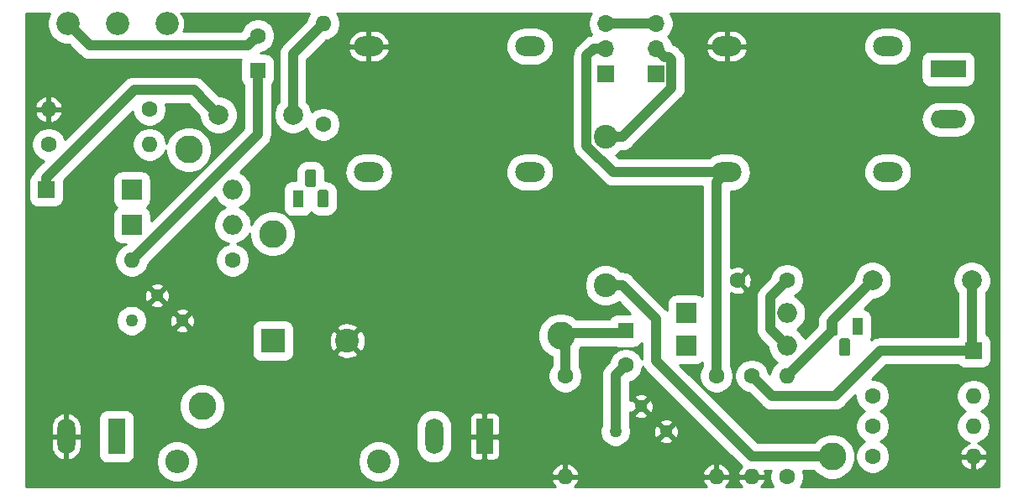
<source format=gbr>
G04 #@! TF.GenerationSoftware,KiCad,Pcbnew,(5.1.5-0-10_14)*
G04 #@! TF.CreationDate,2020-04-26T21:15:48+01:00*
G04 #@! TF.ProjectId,SSFXPCB,53534658-5043-4422-9e6b-696361645f70,rev?*
G04 #@! TF.SameCoordinates,Original*
G04 #@! TF.FileFunction,Copper,L2,Bot*
G04 #@! TF.FilePolarity,Positive*
%FSLAX46Y46*%
G04 Gerber Fmt 4.6, Leading zero omitted, Abs format (unit mm)*
G04 Created by KiCad (PCBNEW (5.1.5-0-10_14)) date 2020-04-26 21:15:48*
%MOMM*%
%LPD*%
G04 APERTURE LIST*
%ADD10O,3.000000X2.000000*%
%ADD11C,2.340000*%
%ADD12C,1.260000*%
%ADD13C,1.600000*%
%ADD14R,2.000000X2.000000*%
%ADD15O,2.000000X2.000000*%
%ADD16O,1.600000X1.600000*%
%ADD17C,2.000000*%
%ADD18R,2.400000X2.400000*%
%ADD19C,2.400000*%
%ADD20R,1.800000X3.600000*%
%ADD21O,1.800000X3.600000*%
%ADD22R,1.600000X1.600000*%
%ADD23R,1.100000X1.800000*%
%ADD24C,0.100000*%
%ADD25C,2.800000*%
%ADD26O,3.600000X1.800000*%
%ADD27R,3.600000X1.800000*%
%ADD28O,2.400000X2.400000*%
%ADD29O,1.700000X1.700000*%
%ADD30R,1.700000X1.700000*%
%ADD31C,1.000000*%
%ADD32C,0.254000*%
G04 APERTURE END LIST*
D10*
X187452000Y-52070000D03*
X171222000Y-52070000D03*
X187452000Y-64770000D03*
X171222000Y-64770000D03*
X151371000Y-52070000D03*
X135141000Y-52070000D03*
X151371000Y-64770000D03*
X135141000Y-64770000D03*
D11*
X114808000Y-49784000D03*
X109808000Y-49784000D03*
X104808000Y-49784000D03*
D12*
X165100000Y-90932000D03*
X162560000Y-88392000D03*
X160020000Y-90932000D03*
D13*
X177292000Y-75692000D03*
X172292000Y-75692000D03*
D14*
X167132000Y-79000000D03*
D15*
X177292000Y-79000000D03*
D16*
X196088000Y-87376000D03*
D13*
X185928000Y-87376000D03*
D17*
X127500000Y-59000000D03*
X120000000Y-59000000D03*
D18*
X125476000Y-81788000D03*
D19*
X132976000Y-81788000D03*
D20*
X109728000Y-91440000D03*
D21*
X104648000Y-91440000D03*
X141732000Y-91440000D03*
D20*
X146812000Y-91440000D03*
D12*
X116332000Y-79756000D03*
X113792000Y-77216000D03*
X111252000Y-79756000D03*
D22*
X123952000Y-54500000D03*
D13*
X123952000Y-51000000D03*
D19*
X159004000Y-76200000D03*
X159004000Y-61200000D03*
D22*
X161036000Y-80772000D03*
D13*
X161036000Y-84272000D03*
D17*
X185928000Y-75692000D03*
X195928000Y-75692000D03*
D15*
X121412000Y-66548000D03*
D14*
X111252000Y-66548000D03*
X111252000Y-70104000D03*
D15*
X121412000Y-70104000D03*
X177292000Y-82296000D03*
D14*
X167132000Y-82296000D03*
D13*
X130556000Y-59944000D03*
D16*
X130556000Y-49784000D03*
D13*
X113030000Y-58420000D03*
D16*
X102870000Y-58420000D03*
D13*
X102870000Y-61976000D03*
D16*
X113030000Y-61976000D03*
X111252000Y-73660000D03*
D13*
X121412000Y-73660000D03*
D16*
X170180000Y-95504000D03*
D13*
X170180000Y-85344000D03*
X185928000Y-90424000D03*
D16*
X196088000Y-90424000D03*
X196088000Y-93472000D03*
D13*
X185928000Y-93472000D03*
D16*
X177292000Y-85344000D03*
D13*
X177292000Y-95504000D03*
D16*
X154940000Y-95504000D03*
D13*
X154940000Y-85344000D03*
X173736000Y-85344000D03*
D16*
X173736000Y-95504000D03*
D23*
X128016000Y-67456000D03*
G04 #@! TA.AperFunction,ComponentPad*
D24*
G36*
X130857955Y-66557324D02*
G01*
X130884650Y-66561284D01*
X130910828Y-66567841D01*
X130936238Y-66576933D01*
X130960634Y-66588472D01*
X130983782Y-66602346D01*
X131005458Y-66618422D01*
X131025454Y-66636546D01*
X131043578Y-66656542D01*
X131059654Y-66678218D01*
X131073528Y-66701366D01*
X131085067Y-66725762D01*
X131094159Y-66751172D01*
X131100716Y-66777350D01*
X131104676Y-66804045D01*
X131106000Y-66831000D01*
X131106000Y-68081000D01*
X131104676Y-68107955D01*
X131100716Y-68134650D01*
X131094159Y-68160828D01*
X131085067Y-68186238D01*
X131073528Y-68210634D01*
X131059654Y-68233782D01*
X131043578Y-68255458D01*
X131025454Y-68275454D01*
X131005458Y-68293578D01*
X130983782Y-68309654D01*
X130960634Y-68323528D01*
X130936238Y-68335067D01*
X130910828Y-68344159D01*
X130884650Y-68350716D01*
X130857955Y-68354676D01*
X130831000Y-68356000D01*
X130281000Y-68356000D01*
X130254045Y-68354676D01*
X130227350Y-68350716D01*
X130201172Y-68344159D01*
X130175762Y-68335067D01*
X130151366Y-68323528D01*
X130128218Y-68309654D01*
X130106542Y-68293578D01*
X130086546Y-68275454D01*
X130068422Y-68255458D01*
X130052346Y-68233782D01*
X130038472Y-68210634D01*
X130026933Y-68186238D01*
X130017841Y-68160828D01*
X130011284Y-68134650D01*
X130007324Y-68107955D01*
X130006000Y-68081000D01*
X130006000Y-66831000D01*
X130007324Y-66804045D01*
X130011284Y-66777350D01*
X130017841Y-66751172D01*
X130026933Y-66725762D01*
X130038472Y-66701366D01*
X130052346Y-66678218D01*
X130068422Y-66656542D01*
X130086546Y-66636546D01*
X130106542Y-66618422D01*
X130128218Y-66602346D01*
X130151366Y-66588472D01*
X130175762Y-66576933D01*
X130201172Y-66567841D01*
X130227350Y-66561284D01*
X130254045Y-66557324D01*
X130281000Y-66556000D01*
X130831000Y-66556000D01*
X130857955Y-66557324D01*
G37*
G04 #@! TD.AperFunction*
G04 #@! TA.AperFunction,ComponentPad*
G36*
X129587955Y-64487324D02*
G01*
X129614650Y-64491284D01*
X129640828Y-64497841D01*
X129666238Y-64506933D01*
X129690634Y-64518472D01*
X129713782Y-64532346D01*
X129735458Y-64548422D01*
X129755454Y-64566546D01*
X129773578Y-64586542D01*
X129789654Y-64608218D01*
X129803528Y-64631366D01*
X129815067Y-64655762D01*
X129824159Y-64681172D01*
X129830716Y-64707350D01*
X129834676Y-64734045D01*
X129836000Y-64761000D01*
X129836000Y-66011000D01*
X129834676Y-66037955D01*
X129830716Y-66064650D01*
X129824159Y-66090828D01*
X129815067Y-66116238D01*
X129803528Y-66140634D01*
X129789654Y-66163782D01*
X129773578Y-66185458D01*
X129755454Y-66205454D01*
X129735458Y-66223578D01*
X129713782Y-66239654D01*
X129690634Y-66253528D01*
X129666238Y-66265067D01*
X129640828Y-66274159D01*
X129614650Y-66280716D01*
X129587955Y-66284676D01*
X129561000Y-66286000D01*
X129011000Y-66286000D01*
X128984045Y-66284676D01*
X128957350Y-66280716D01*
X128931172Y-66274159D01*
X128905762Y-66265067D01*
X128881366Y-66253528D01*
X128858218Y-66239654D01*
X128836542Y-66223578D01*
X128816546Y-66205454D01*
X128798422Y-66185458D01*
X128782346Y-66163782D01*
X128768472Y-66140634D01*
X128756933Y-66116238D01*
X128747841Y-66090828D01*
X128741284Y-66064650D01*
X128737324Y-66037955D01*
X128736000Y-66011000D01*
X128736000Y-64761000D01*
X128737324Y-64734045D01*
X128741284Y-64707350D01*
X128747841Y-64681172D01*
X128756933Y-64655762D01*
X128768472Y-64631366D01*
X128782346Y-64608218D01*
X128798422Y-64586542D01*
X128816546Y-64566546D01*
X128836542Y-64548422D01*
X128858218Y-64532346D01*
X128881366Y-64518472D01*
X128905762Y-64506933D01*
X128931172Y-64497841D01*
X128957350Y-64491284D01*
X128984045Y-64487324D01*
X129011000Y-64486000D01*
X129561000Y-64486000D01*
X129587955Y-64487324D01*
G37*
G04 #@! TD.AperFunction*
G04 #@! TA.AperFunction,ComponentPad*
G36*
X183435955Y-81543324D02*
G01*
X183462650Y-81547284D01*
X183488828Y-81553841D01*
X183514238Y-81562933D01*
X183538634Y-81574472D01*
X183561782Y-81588346D01*
X183583458Y-81604422D01*
X183603454Y-81622546D01*
X183621578Y-81642542D01*
X183637654Y-81664218D01*
X183651528Y-81687366D01*
X183663067Y-81711762D01*
X183672159Y-81737172D01*
X183678716Y-81763350D01*
X183682676Y-81790045D01*
X183684000Y-81817000D01*
X183684000Y-83067000D01*
X183682676Y-83093955D01*
X183678716Y-83120650D01*
X183672159Y-83146828D01*
X183663067Y-83172238D01*
X183651528Y-83196634D01*
X183637654Y-83219782D01*
X183621578Y-83241458D01*
X183603454Y-83261454D01*
X183583458Y-83279578D01*
X183561782Y-83295654D01*
X183538634Y-83309528D01*
X183514238Y-83321067D01*
X183488828Y-83330159D01*
X183462650Y-83336716D01*
X183435955Y-83340676D01*
X183409000Y-83342000D01*
X182859000Y-83342000D01*
X182832045Y-83340676D01*
X182805350Y-83336716D01*
X182779172Y-83330159D01*
X182753762Y-83321067D01*
X182729366Y-83309528D01*
X182706218Y-83295654D01*
X182684542Y-83279578D01*
X182664546Y-83261454D01*
X182646422Y-83241458D01*
X182630346Y-83219782D01*
X182616472Y-83196634D01*
X182604933Y-83172238D01*
X182595841Y-83146828D01*
X182589284Y-83120650D01*
X182585324Y-83093955D01*
X182584000Y-83067000D01*
X182584000Y-81817000D01*
X182585324Y-81790045D01*
X182589284Y-81763350D01*
X182595841Y-81737172D01*
X182604933Y-81711762D01*
X182616472Y-81687366D01*
X182630346Y-81664218D01*
X182646422Y-81642542D01*
X182664546Y-81622546D01*
X182684542Y-81604422D01*
X182706218Y-81588346D01*
X182729366Y-81574472D01*
X182753762Y-81562933D01*
X182779172Y-81553841D01*
X182805350Y-81547284D01*
X182832045Y-81543324D01*
X182859000Y-81542000D01*
X183409000Y-81542000D01*
X183435955Y-81543324D01*
G37*
G04 #@! TD.AperFunction*
G04 #@! TA.AperFunction,ComponentPad*
G36*
X182165955Y-79473324D02*
G01*
X182192650Y-79477284D01*
X182218828Y-79483841D01*
X182244238Y-79492933D01*
X182268634Y-79504472D01*
X182291782Y-79518346D01*
X182313458Y-79534422D01*
X182333454Y-79552546D01*
X182351578Y-79572542D01*
X182367654Y-79594218D01*
X182381528Y-79617366D01*
X182393067Y-79641762D01*
X182402159Y-79667172D01*
X182408716Y-79693350D01*
X182412676Y-79720045D01*
X182414000Y-79747000D01*
X182414000Y-80997000D01*
X182412676Y-81023955D01*
X182408716Y-81050650D01*
X182402159Y-81076828D01*
X182393067Y-81102238D01*
X182381528Y-81126634D01*
X182367654Y-81149782D01*
X182351578Y-81171458D01*
X182333454Y-81191454D01*
X182313458Y-81209578D01*
X182291782Y-81225654D01*
X182268634Y-81239528D01*
X182244238Y-81251067D01*
X182218828Y-81260159D01*
X182192650Y-81266716D01*
X182165955Y-81270676D01*
X182139000Y-81272000D01*
X181589000Y-81272000D01*
X181562045Y-81270676D01*
X181535350Y-81266716D01*
X181509172Y-81260159D01*
X181483762Y-81251067D01*
X181459366Y-81239528D01*
X181436218Y-81225654D01*
X181414542Y-81209578D01*
X181394546Y-81191454D01*
X181376422Y-81171458D01*
X181360346Y-81149782D01*
X181346472Y-81126634D01*
X181334933Y-81102238D01*
X181325841Y-81076828D01*
X181319284Y-81050650D01*
X181315324Y-81023955D01*
X181314000Y-80997000D01*
X181314000Y-79747000D01*
X181315324Y-79720045D01*
X181319284Y-79693350D01*
X181325841Y-79667172D01*
X181334933Y-79641762D01*
X181346472Y-79617366D01*
X181360346Y-79594218D01*
X181376422Y-79572542D01*
X181394546Y-79552546D01*
X181414542Y-79534422D01*
X181436218Y-79518346D01*
X181459366Y-79504472D01*
X181483762Y-79492933D01*
X181509172Y-79483841D01*
X181535350Y-79477284D01*
X181562045Y-79473324D01*
X181589000Y-79472000D01*
X182139000Y-79472000D01*
X182165955Y-79473324D01*
G37*
G04 #@! TD.AperFunction*
D23*
X184404000Y-80372000D03*
D25*
X117000000Y-62500000D03*
X125476000Y-71000000D03*
X181864000Y-93472000D03*
X118364000Y-88392000D03*
X154500000Y-81280000D03*
D26*
X193548000Y-59436000D03*
D27*
X193548000Y-54356000D03*
D19*
X136144000Y-93980000D03*
D28*
X115824000Y-93980000D03*
D29*
X159004000Y-49784000D03*
X159004000Y-52324000D03*
D30*
X159004000Y-54864000D03*
X164084000Y-54864000D03*
D29*
X164084000Y-52324000D03*
X164084000Y-49784000D03*
D30*
X102616000Y-66548000D03*
X196088000Y-82804000D03*
D31*
X127500000Y-52840000D02*
X130556000Y-49784000D01*
X127500000Y-59000000D02*
X127500000Y-52840000D01*
X102616000Y-66548000D02*
X102616000Y-66384000D01*
X119000001Y-58000001D02*
X120000000Y-59000000D01*
X117500000Y-56500000D02*
X119000001Y-58000001D01*
X111500000Y-56500000D02*
X117500000Y-56500000D01*
X102616000Y-65384000D02*
X111500000Y-56500000D01*
X102616000Y-66548000D02*
X102616000Y-65384000D01*
X122952000Y-52000000D02*
X123952000Y-51000000D01*
X107024000Y-52000000D02*
X122952000Y-52000000D01*
X104808000Y-49784000D02*
X107024000Y-52000000D01*
X123952000Y-60960000D02*
X123952000Y-54500000D01*
X111252000Y-73660000D02*
X123952000Y-60960000D01*
X154500000Y-82000000D02*
X154500000Y-81280000D01*
X155000000Y-82500000D02*
X154500000Y-82000000D01*
X155000000Y-85284000D02*
X155000000Y-82500000D01*
X154940000Y-85344000D02*
X155000000Y-85284000D01*
X160808000Y-81000000D02*
X161036000Y-80772000D01*
X154780000Y-81000000D02*
X160808000Y-81000000D01*
X154500000Y-81280000D02*
X154780000Y-81000000D01*
X195928000Y-82644000D02*
X196088000Y-82804000D01*
X195928000Y-75692000D02*
X195928000Y-82644000D01*
X186696000Y-82804000D02*
X196088000Y-82804000D01*
X182124000Y-87376000D02*
X186696000Y-82804000D01*
X175768000Y-87376000D02*
X182124000Y-87376000D01*
X173736000Y-85344000D02*
X175768000Y-87376000D01*
X175591999Y-80595999D02*
X177292000Y-82296000D01*
X175591999Y-77392001D02*
X175591999Y-80595999D01*
X177292000Y-75692000D02*
X175591999Y-77392001D01*
X177292000Y-85344000D02*
X181864000Y-80772000D01*
X181864000Y-79756000D02*
X185928000Y-75692000D01*
X181864000Y-80772000D02*
X181864000Y-79756000D01*
X160701056Y-76200000D02*
X164084000Y-79582944D01*
X159004000Y-76200000D02*
X160701056Y-76200000D01*
X164084000Y-79582944D02*
X164084000Y-83820000D01*
X173736000Y-93472000D02*
X181864000Y-93472000D01*
X164084000Y-83820000D02*
X173736000Y-93472000D01*
X159004000Y-49784000D02*
X164084000Y-49784000D01*
X160020000Y-85288000D02*
X161036000Y-84272000D01*
X160020000Y-90932000D02*
X160020000Y-85288000D01*
X160701056Y-61200000D02*
X159004000Y-61200000D01*
X165634001Y-56267055D02*
X160701056Y-61200000D01*
X165634001Y-53453999D02*
X165634001Y-56267055D01*
X165354001Y-53173999D02*
X165634001Y-53453999D01*
X164933999Y-53173999D02*
X165354001Y-53173999D01*
X164084000Y-52324000D02*
X164933999Y-53173999D01*
X170180000Y-85344000D02*
X170180000Y-65812000D01*
X170180000Y-65812000D02*
X171222000Y-64770000D01*
X157801919Y-52324000D02*
X159004000Y-52324000D01*
X157103999Y-53021920D02*
X157801919Y-52324000D01*
X159761998Y-64770000D02*
X157103999Y-62112001D01*
X157103999Y-62112001D02*
X157103999Y-53021920D01*
X171222000Y-64770000D02*
X159761998Y-64770000D01*
D32*
G36*
X198642001Y-96534000D02*
G01*
X178680821Y-96534000D01*
X178822447Y-96322041D01*
X178952632Y-96007747D01*
X179019000Y-95674095D01*
X179019000Y-95333905D01*
X178952632Y-95000253D01*
X178910692Y-94899000D01*
X180018832Y-94899000D01*
X180056501Y-94955376D01*
X180380624Y-95279499D01*
X180761752Y-95534160D01*
X181185239Y-95709574D01*
X181634811Y-95799000D01*
X182093189Y-95799000D01*
X182542761Y-95709574D01*
X182966248Y-95534160D01*
X183347376Y-95279499D01*
X183671499Y-94955376D01*
X183926160Y-94574248D01*
X184101574Y-94150761D01*
X184191000Y-93701189D01*
X184191000Y-93242811D01*
X184101574Y-92793239D01*
X183926160Y-92369752D01*
X183671499Y-91988624D01*
X183347376Y-91664501D01*
X182966248Y-91409840D01*
X182542761Y-91234426D01*
X182093189Y-91145000D01*
X181634811Y-91145000D01*
X181185239Y-91234426D01*
X180761752Y-91409840D01*
X180380624Y-91664501D01*
X180056501Y-91988624D01*
X180018832Y-92045000D01*
X174327082Y-92045000D01*
X166509567Y-84227485D01*
X168132000Y-84227485D01*
X168313724Y-84209587D01*
X168488464Y-84156580D01*
X168649505Y-84070501D01*
X168753000Y-83985565D01*
X168753000Y-84371140D01*
X168649553Y-84525959D01*
X168519368Y-84840253D01*
X168453000Y-85173905D01*
X168453000Y-85514095D01*
X168519368Y-85847747D01*
X168649553Y-86162041D01*
X168838552Y-86444898D01*
X169079102Y-86685448D01*
X169361959Y-86874447D01*
X169676253Y-87004632D01*
X170009905Y-87071000D01*
X170350095Y-87071000D01*
X170683747Y-87004632D01*
X170998041Y-86874447D01*
X171280898Y-86685448D01*
X171521448Y-86444898D01*
X171710447Y-86162041D01*
X171840632Y-85847747D01*
X171907000Y-85514095D01*
X171907000Y-85173905D01*
X172009000Y-85173905D01*
X172009000Y-85514095D01*
X172075368Y-85847747D01*
X172205553Y-86162041D01*
X172394552Y-86444898D01*
X172635102Y-86685448D01*
X172917959Y-86874447D01*
X173232253Y-87004632D01*
X173414876Y-87040958D01*
X174709395Y-88335478D01*
X174754077Y-88389923D01*
X174808522Y-88434605D01*
X174808525Y-88434608D01*
X174860056Y-88476898D01*
X174971366Y-88568248D01*
X175219269Y-88700755D01*
X175488259Y-88782352D01*
X175697902Y-88803000D01*
X175697912Y-88803000D01*
X175768000Y-88809903D01*
X175838088Y-88803000D01*
X182053912Y-88803000D01*
X182124000Y-88809903D01*
X182194088Y-88803000D01*
X182194098Y-88803000D01*
X182403741Y-88782352D01*
X182672731Y-88700755D01*
X182920634Y-88568248D01*
X183137923Y-88389923D01*
X183182610Y-88335472D01*
X184201000Y-87317082D01*
X184201000Y-87546095D01*
X184267368Y-87879747D01*
X184397553Y-88194041D01*
X184586552Y-88476898D01*
X184827102Y-88717448D01*
X185100310Y-88900000D01*
X184827102Y-89082552D01*
X184586552Y-89323102D01*
X184397553Y-89605959D01*
X184267368Y-89920253D01*
X184201000Y-90253905D01*
X184201000Y-90594095D01*
X184267368Y-90927747D01*
X184397553Y-91242041D01*
X184586552Y-91524898D01*
X184827102Y-91765448D01*
X185100310Y-91948000D01*
X184827102Y-92130552D01*
X184586552Y-92371102D01*
X184397553Y-92653959D01*
X184267368Y-92968253D01*
X184201000Y-93301905D01*
X184201000Y-93642095D01*
X184267368Y-93975747D01*
X184397553Y-94290041D01*
X184586552Y-94572898D01*
X184827102Y-94813448D01*
X185109959Y-95002447D01*
X185424253Y-95132632D01*
X185757905Y-95199000D01*
X186098095Y-95199000D01*
X186431747Y-95132632D01*
X186746041Y-95002447D01*
X187028898Y-94813448D01*
X187269448Y-94572898D01*
X187458447Y-94290041D01*
X187588632Y-93975747D01*
X187619405Y-93821039D01*
X194696096Y-93821039D01*
X194736754Y-93955087D01*
X194856963Y-94209420D01*
X195024481Y-94435414D01*
X195232869Y-94624385D01*
X195474119Y-94769070D01*
X195738960Y-94863909D01*
X195961000Y-94742624D01*
X195961000Y-93599000D01*
X196215000Y-93599000D01*
X196215000Y-94742624D01*
X196437040Y-94863909D01*
X196701881Y-94769070D01*
X196943131Y-94624385D01*
X197151519Y-94435414D01*
X197319037Y-94209420D01*
X197439246Y-93955087D01*
X197479904Y-93821039D01*
X197357915Y-93599000D01*
X196215000Y-93599000D01*
X195961000Y-93599000D01*
X194818085Y-93599000D01*
X194696096Y-93821039D01*
X187619405Y-93821039D01*
X187655000Y-93642095D01*
X187655000Y-93301905D01*
X187588632Y-92968253D01*
X187458447Y-92653959D01*
X187269448Y-92371102D01*
X187028898Y-92130552D01*
X186755690Y-91948000D01*
X187028898Y-91765448D01*
X187269448Y-91524898D01*
X187458447Y-91242041D01*
X187588632Y-90927747D01*
X187655000Y-90594095D01*
X187655000Y-90253905D01*
X187588632Y-89920253D01*
X187458447Y-89605959D01*
X187269448Y-89323102D01*
X187028898Y-89082552D01*
X186755690Y-88900000D01*
X187028898Y-88717448D01*
X187269448Y-88476898D01*
X187458447Y-88194041D01*
X187588632Y-87879747D01*
X187655000Y-87546095D01*
X187655000Y-87205905D01*
X194361000Y-87205905D01*
X194361000Y-87546095D01*
X194427368Y-87879747D01*
X194557553Y-88194041D01*
X194746552Y-88476898D01*
X194987102Y-88717448D01*
X195260310Y-88900000D01*
X194987102Y-89082552D01*
X194746552Y-89323102D01*
X194557553Y-89605959D01*
X194427368Y-89920253D01*
X194361000Y-90253905D01*
X194361000Y-90594095D01*
X194427368Y-90927747D01*
X194557553Y-91242041D01*
X194746552Y-91524898D01*
X194987102Y-91765448D01*
X195269959Y-91954447D01*
X195584253Y-92084632D01*
X195675560Y-92102794D01*
X195474119Y-92174930D01*
X195232869Y-92319615D01*
X195024481Y-92508586D01*
X194856963Y-92734580D01*
X194736754Y-92988913D01*
X194696096Y-93122961D01*
X194818085Y-93345000D01*
X195961000Y-93345000D01*
X195961000Y-93325000D01*
X196215000Y-93325000D01*
X196215000Y-93345000D01*
X197357915Y-93345000D01*
X197479904Y-93122961D01*
X197439246Y-92988913D01*
X197319037Y-92734580D01*
X197151519Y-92508586D01*
X196943131Y-92319615D01*
X196701881Y-92174930D01*
X196500440Y-92102794D01*
X196591747Y-92084632D01*
X196906041Y-91954447D01*
X197188898Y-91765448D01*
X197429448Y-91524898D01*
X197618447Y-91242041D01*
X197748632Y-90927747D01*
X197815000Y-90594095D01*
X197815000Y-90253905D01*
X197748632Y-89920253D01*
X197618447Y-89605959D01*
X197429448Y-89323102D01*
X197188898Y-89082552D01*
X196915690Y-88900000D01*
X197188898Y-88717448D01*
X197429448Y-88476898D01*
X197618447Y-88194041D01*
X197748632Y-87879747D01*
X197815000Y-87546095D01*
X197815000Y-87205905D01*
X197748632Y-86872253D01*
X197618447Y-86557959D01*
X197429448Y-86275102D01*
X197188898Y-86034552D01*
X196906041Y-85845553D01*
X196591747Y-85715368D01*
X196258095Y-85649000D01*
X195917905Y-85649000D01*
X195584253Y-85715368D01*
X195269959Y-85845553D01*
X194987102Y-86034552D01*
X194746552Y-86275102D01*
X194557553Y-86557959D01*
X194427368Y-86872253D01*
X194361000Y-87205905D01*
X187655000Y-87205905D01*
X187588632Y-86872253D01*
X187458447Y-86557959D01*
X187269448Y-86275102D01*
X187028898Y-86034552D01*
X186746041Y-85845553D01*
X186431747Y-85715368D01*
X186098095Y-85649000D01*
X185869082Y-85649000D01*
X187287082Y-84231000D01*
X194512325Y-84231000D01*
X194579341Y-84312659D01*
X194720495Y-84428501D01*
X194881536Y-84514580D01*
X195056276Y-84567587D01*
X195238000Y-84585485D01*
X196938000Y-84585485D01*
X197119724Y-84567587D01*
X197294464Y-84514580D01*
X197455505Y-84428501D01*
X197596659Y-84312659D01*
X197712501Y-84171505D01*
X197798580Y-84010464D01*
X197851587Y-83835724D01*
X197869485Y-83654000D01*
X197869485Y-81954000D01*
X197851587Y-81772276D01*
X197798580Y-81597536D01*
X197712501Y-81436495D01*
X197596659Y-81295341D01*
X197455505Y-81179499D01*
X197355000Y-81125777D01*
X197355000Y-76990190D01*
X197424799Y-76920391D01*
X197635685Y-76604777D01*
X197780947Y-76254085D01*
X197855000Y-75881793D01*
X197855000Y-75502207D01*
X197780947Y-75129915D01*
X197635685Y-74779223D01*
X197424799Y-74463609D01*
X197156391Y-74195201D01*
X196840777Y-73984315D01*
X196490085Y-73839053D01*
X196117793Y-73765000D01*
X195738207Y-73765000D01*
X195365915Y-73839053D01*
X195015223Y-73984315D01*
X194699609Y-74195201D01*
X194431201Y-74463609D01*
X194220315Y-74779223D01*
X194075053Y-75129915D01*
X194001000Y-75502207D01*
X194001000Y-75881793D01*
X194075053Y-76254085D01*
X194220315Y-76604777D01*
X194431201Y-76920391D01*
X194501000Y-76990190D01*
X194501001Y-81377000D01*
X186766087Y-81377000D01*
X186695999Y-81370097D01*
X186625911Y-81377000D01*
X186625902Y-81377000D01*
X186416259Y-81397648D01*
X186147269Y-81479245D01*
X185899366Y-81611752D01*
X185764236Y-81722651D01*
X185814580Y-81628464D01*
X185867587Y-81453724D01*
X185885485Y-81272000D01*
X185885485Y-79472000D01*
X185867587Y-79290276D01*
X185814580Y-79115536D01*
X185728501Y-78954495D01*
X185612659Y-78813341D01*
X185471505Y-78697499D01*
X185310464Y-78611420D01*
X185135724Y-78558413D01*
X185084695Y-78553387D01*
X186019083Y-77619000D01*
X186117793Y-77619000D01*
X186490085Y-77544947D01*
X186840777Y-77399685D01*
X187156391Y-77188799D01*
X187424799Y-76920391D01*
X187635685Y-76604777D01*
X187780947Y-76254085D01*
X187855000Y-75881793D01*
X187855000Y-75502207D01*
X187780947Y-75129915D01*
X187635685Y-74779223D01*
X187424799Y-74463609D01*
X187156391Y-74195201D01*
X186840777Y-73984315D01*
X186490085Y-73839053D01*
X186117793Y-73765000D01*
X185738207Y-73765000D01*
X185365915Y-73839053D01*
X185015223Y-73984315D01*
X184699609Y-74195201D01*
X184431201Y-74463609D01*
X184220315Y-74779223D01*
X184075053Y-75129915D01*
X184001000Y-75502207D01*
X184001000Y-75600917D01*
X180904523Y-78697395D01*
X180850078Y-78742077D01*
X180805395Y-78796523D01*
X180805392Y-78796526D01*
X180781282Y-78825904D01*
X180671752Y-78959366D01*
X180652334Y-78995695D01*
X180585844Y-79076713D01*
X180474353Y-79285298D01*
X180405697Y-79511626D01*
X180382515Y-79747000D01*
X180382515Y-80235403D01*
X179068518Y-81549400D01*
X178999685Y-81383223D01*
X178788799Y-81067609D01*
X178520391Y-80799201D01*
X178294102Y-80648000D01*
X178520391Y-80496799D01*
X178788799Y-80228391D01*
X178999685Y-79912777D01*
X179144947Y-79562085D01*
X179219000Y-79189793D01*
X179219000Y-78810207D01*
X179144947Y-78437915D01*
X178999685Y-78087223D01*
X178788799Y-77771609D01*
X178520391Y-77503201D01*
X178204777Y-77292315D01*
X178073071Y-77237760D01*
X178110041Y-77222447D01*
X178392898Y-77033448D01*
X178633448Y-76792898D01*
X178822447Y-76510041D01*
X178952632Y-76195747D01*
X179019000Y-75862095D01*
X179019000Y-75521905D01*
X178952632Y-75188253D01*
X178822447Y-74873959D01*
X178633448Y-74591102D01*
X178392898Y-74350552D01*
X178110041Y-74161553D01*
X177795747Y-74031368D01*
X177462095Y-73965000D01*
X177121905Y-73965000D01*
X176788253Y-74031368D01*
X176473959Y-74161553D01*
X176191102Y-74350552D01*
X175950552Y-74591102D01*
X175761553Y-74873959D01*
X175631368Y-75188253D01*
X175595042Y-75370876D01*
X174632522Y-76333396D01*
X174578076Y-76378079D01*
X174533394Y-76432524D01*
X174533391Y-76432527D01*
X174469777Y-76510041D01*
X174399751Y-76595368D01*
X174267244Y-76843271D01*
X174185647Y-77112261D01*
X174164999Y-77321904D01*
X174164999Y-77321913D01*
X174158096Y-77392001D01*
X174164999Y-77462089D01*
X174165000Y-80525902D01*
X174158096Y-80595999D01*
X174165000Y-80666097D01*
X174171419Y-80731269D01*
X174185648Y-80875740D01*
X174267245Y-81144730D01*
X174399752Y-81392633D01*
X174533391Y-81555473D01*
X174533395Y-81555477D01*
X174578077Y-81609922D01*
X174632522Y-81654604D01*
X175365000Y-82387082D01*
X175365000Y-82485793D01*
X175439053Y-82858085D01*
X175584315Y-83208777D01*
X175795201Y-83524391D01*
X176063609Y-83792799D01*
X176284315Y-83940269D01*
X176191102Y-84002552D01*
X175950552Y-84243102D01*
X175761553Y-84525959D01*
X175631368Y-84840253D01*
X175568150Y-85158068D01*
X175432958Y-85022876D01*
X175396632Y-84840253D01*
X175266447Y-84525959D01*
X175077448Y-84243102D01*
X174836898Y-84002552D01*
X174554041Y-83813553D01*
X174239747Y-83683368D01*
X173906095Y-83617000D01*
X173565905Y-83617000D01*
X173232253Y-83683368D01*
X172917959Y-83813553D01*
X172635102Y-84002552D01*
X172394552Y-84243102D01*
X172205553Y-84525959D01*
X172075368Y-84840253D01*
X172009000Y-85173905D01*
X171907000Y-85173905D01*
X171840632Y-84840253D01*
X171710447Y-84525959D01*
X171607000Y-84371140D01*
X171607000Y-76955412D01*
X171805996Y-77049571D01*
X172080184Y-77118300D01*
X172362512Y-77132217D01*
X172642130Y-77090787D01*
X172908292Y-76995603D01*
X173033514Y-76928671D01*
X173105097Y-76684702D01*
X172292000Y-75871605D01*
X172277858Y-75885748D01*
X172098253Y-75706143D01*
X172112395Y-75692000D01*
X172471605Y-75692000D01*
X173284702Y-76505097D01*
X173528671Y-76433514D01*
X173649571Y-76178004D01*
X173718300Y-75903816D01*
X173732217Y-75621488D01*
X173690787Y-75341870D01*
X173595603Y-75075708D01*
X173528671Y-74950486D01*
X173284702Y-74878903D01*
X172471605Y-75692000D01*
X172112395Y-75692000D01*
X172098253Y-75677858D01*
X172277858Y-75498253D01*
X172292000Y-75512395D01*
X173105097Y-74699298D01*
X173033514Y-74455329D01*
X172778004Y-74334429D01*
X172503816Y-74265700D01*
X172221488Y-74251783D01*
X171941870Y-74293213D01*
X171675708Y-74388397D01*
X171607000Y-74425122D01*
X171607000Y-66697000D01*
X171816658Y-66697000D01*
X172099758Y-66669117D01*
X172462999Y-66558929D01*
X172797763Y-66379994D01*
X173091187Y-66139187D01*
X173331994Y-65845763D01*
X173510929Y-65510999D01*
X173621117Y-65147758D01*
X173658323Y-64770000D01*
X185015677Y-64770000D01*
X185052883Y-65147758D01*
X185163071Y-65510999D01*
X185342006Y-65845763D01*
X185582813Y-66139187D01*
X185876237Y-66379994D01*
X186211001Y-66558929D01*
X186574242Y-66669117D01*
X186857342Y-66697000D01*
X188046658Y-66697000D01*
X188329758Y-66669117D01*
X188692999Y-66558929D01*
X189027763Y-66379994D01*
X189321187Y-66139187D01*
X189561994Y-65845763D01*
X189740929Y-65510999D01*
X189851117Y-65147758D01*
X189888323Y-64770000D01*
X189851117Y-64392242D01*
X189740929Y-64029001D01*
X189561994Y-63694237D01*
X189321187Y-63400813D01*
X189027763Y-63160006D01*
X188692999Y-62981071D01*
X188329758Y-62870883D01*
X188046658Y-62843000D01*
X186857342Y-62843000D01*
X186574242Y-62870883D01*
X186211001Y-62981071D01*
X185876237Y-63160006D01*
X185582813Y-63400813D01*
X185342006Y-63694237D01*
X185163071Y-64029001D01*
X185052883Y-64392242D01*
X185015677Y-64770000D01*
X173658323Y-64770000D01*
X173621117Y-64392242D01*
X173510929Y-64029001D01*
X173331994Y-63694237D01*
X173091187Y-63400813D01*
X172797763Y-63160006D01*
X172462999Y-62981071D01*
X172099758Y-62870883D01*
X171816658Y-62843000D01*
X170627342Y-62843000D01*
X170344242Y-62870883D01*
X169981001Y-62981071D01*
X169646237Y-63160006D01*
X169423258Y-63343000D01*
X160353080Y-63343000D01*
X160061561Y-63051481D01*
X160359884Y-62852149D01*
X160585033Y-62627000D01*
X160630968Y-62627000D01*
X160701056Y-62633903D01*
X160771144Y-62627000D01*
X160771154Y-62627000D01*
X160980797Y-62606352D01*
X161249787Y-62524755D01*
X161497690Y-62392248D01*
X161714979Y-62213923D01*
X161759665Y-62159473D01*
X164483138Y-59436000D01*
X190812160Y-59436000D01*
X190847435Y-59794155D01*
X190951905Y-60138546D01*
X191121555Y-60455938D01*
X191349865Y-60734135D01*
X191628062Y-60962445D01*
X191945454Y-61132095D01*
X192289845Y-61236565D01*
X192558245Y-61263000D01*
X194537755Y-61263000D01*
X194806155Y-61236565D01*
X195150546Y-61132095D01*
X195467938Y-60962445D01*
X195746135Y-60734135D01*
X195974445Y-60455938D01*
X196144095Y-60138546D01*
X196248565Y-59794155D01*
X196283840Y-59436000D01*
X196248565Y-59077845D01*
X196144095Y-58733454D01*
X195974445Y-58416062D01*
X195746135Y-58137865D01*
X195467938Y-57909555D01*
X195150546Y-57739905D01*
X194806155Y-57635435D01*
X194537755Y-57609000D01*
X192558245Y-57609000D01*
X192289845Y-57635435D01*
X191945454Y-57739905D01*
X191628062Y-57909555D01*
X191349865Y-58137865D01*
X191121555Y-58416062D01*
X190951905Y-58733454D01*
X190847435Y-59077845D01*
X190812160Y-59436000D01*
X164483138Y-59436000D01*
X166593479Y-57325660D01*
X166647924Y-57280978D01*
X166692606Y-57226533D01*
X166692609Y-57226530D01*
X166814051Y-57078552D01*
X166826249Y-57063689D01*
X166958756Y-56815786D01*
X167040353Y-56546796D01*
X167061001Y-56337153D01*
X167061001Y-56337145D01*
X167067904Y-56267055D01*
X167061001Y-56196965D01*
X167061001Y-53524089D01*
X167067904Y-53453999D01*
X167061001Y-53383909D01*
X167061001Y-53383901D01*
X167040353Y-53174258D01*
X167040275Y-53173999D01*
X167012523Y-53082515D01*
X166958756Y-52905268D01*
X166826249Y-52657365D01*
X166656424Y-52450434D01*
X169131876Y-52450434D01*
X169162856Y-52578355D01*
X169291990Y-52872761D01*
X169476078Y-53136317D01*
X169708046Y-53358895D01*
X169978980Y-53531942D01*
X170278468Y-53648807D01*
X170595000Y-53705000D01*
X171095000Y-53705000D01*
X171095000Y-52197000D01*
X171349000Y-52197000D01*
X171349000Y-53705000D01*
X171849000Y-53705000D01*
X172165532Y-53648807D01*
X172465020Y-53531942D01*
X172735954Y-53358895D01*
X172967922Y-53136317D01*
X173152010Y-52872761D01*
X173281144Y-52578355D01*
X173312124Y-52450434D01*
X173192777Y-52197000D01*
X171349000Y-52197000D01*
X171095000Y-52197000D01*
X169251223Y-52197000D01*
X169131876Y-52450434D01*
X166656424Y-52450434D01*
X166647923Y-52440076D01*
X166593478Y-52395394D01*
X166412609Y-52214525D01*
X166367924Y-52160076D01*
X166258167Y-52070000D01*
X185015677Y-52070000D01*
X185052883Y-52447758D01*
X185163071Y-52810999D01*
X185342006Y-53145763D01*
X185582813Y-53439187D01*
X185876237Y-53679994D01*
X186211001Y-53858929D01*
X186574242Y-53969117D01*
X186857342Y-53997000D01*
X188046658Y-53997000D01*
X188329758Y-53969117D01*
X188692999Y-53858929D01*
X189027763Y-53679994D01*
X189300700Y-53456000D01*
X190816515Y-53456000D01*
X190816515Y-55256000D01*
X190834413Y-55437724D01*
X190887420Y-55612464D01*
X190973499Y-55773505D01*
X191089341Y-55914659D01*
X191230495Y-56030501D01*
X191391536Y-56116580D01*
X191566276Y-56169587D01*
X191748000Y-56187485D01*
X195348000Y-56187485D01*
X195529724Y-56169587D01*
X195704464Y-56116580D01*
X195865505Y-56030501D01*
X196006659Y-55914659D01*
X196122501Y-55773505D01*
X196208580Y-55612464D01*
X196261587Y-55437724D01*
X196279485Y-55256000D01*
X196279485Y-53456000D01*
X196261587Y-53274276D01*
X196208580Y-53099536D01*
X196122501Y-52938495D01*
X196006659Y-52797341D01*
X195865505Y-52681499D01*
X195704464Y-52595420D01*
X195529724Y-52542413D01*
X195348000Y-52524515D01*
X191748000Y-52524515D01*
X191566276Y-52542413D01*
X191391536Y-52595420D01*
X191230495Y-52681499D01*
X191089341Y-52797341D01*
X190973499Y-52938495D01*
X190887420Y-53099536D01*
X190834413Y-53274276D01*
X190816515Y-53456000D01*
X189300700Y-53456000D01*
X189321187Y-53439187D01*
X189561994Y-53145763D01*
X189740929Y-52810999D01*
X189851117Y-52447758D01*
X189888323Y-52070000D01*
X189851117Y-51692242D01*
X189740929Y-51329001D01*
X189561994Y-50994237D01*
X189321187Y-50700813D01*
X189027763Y-50460006D01*
X188692999Y-50281071D01*
X188329758Y-50170883D01*
X188046658Y-50143000D01*
X186857342Y-50143000D01*
X186574242Y-50170883D01*
X186211001Y-50281071D01*
X185876237Y-50460006D01*
X185582813Y-50700813D01*
X185342006Y-50994237D01*
X185163071Y-51329001D01*
X185052883Y-51692242D01*
X185015677Y-52070000D01*
X166258167Y-52070000D01*
X166150635Y-51981751D01*
X165902732Y-51849244D01*
X165794871Y-51816525D01*
X165792711Y-51805668D01*
X165744620Y-51689566D01*
X169131876Y-51689566D01*
X169251223Y-51943000D01*
X171095000Y-51943000D01*
X171095000Y-50435000D01*
X171349000Y-50435000D01*
X171349000Y-51943000D01*
X173192777Y-51943000D01*
X173312124Y-51689566D01*
X173281144Y-51561645D01*
X173152010Y-51267239D01*
X172967922Y-51003683D01*
X172735954Y-50781105D01*
X172465020Y-50608058D01*
X172165532Y-50491193D01*
X171849000Y-50435000D01*
X171349000Y-50435000D01*
X171095000Y-50435000D01*
X170595000Y-50435000D01*
X170278468Y-50491193D01*
X169978980Y-50608058D01*
X169708046Y-50781105D01*
X169476078Y-51003683D01*
X169291990Y-51267239D01*
X169162856Y-51561645D01*
X169131876Y-51689566D01*
X165744620Y-51689566D01*
X165658757Y-51482275D01*
X165464286Y-51191229D01*
X165327057Y-51054000D01*
X165464286Y-50916771D01*
X165658757Y-50625725D01*
X165792711Y-50302332D01*
X165861000Y-49959019D01*
X165861000Y-49608981D01*
X165792711Y-49265668D01*
X165658757Y-48942275D01*
X165532955Y-48754000D01*
X198642000Y-48754000D01*
X198642001Y-96534000D01*
G37*
X198642001Y-96534000D02*
X178680821Y-96534000D01*
X178822447Y-96322041D01*
X178952632Y-96007747D01*
X179019000Y-95674095D01*
X179019000Y-95333905D01*
X178952632Y-95000253D01*
X178910692Y-94899000D01*
X180018832Y-94899000D01*
X180056501Y-94955376D01*
X180380624Y-95279499D01*
X180761752Y-95534160D01*
X181185239Y-95709574D01*
X181634811Y-95799000D01*
X182093189Y-95799000D01*
X182542761Y-95709574D01*
X182966248Y-95534160D01*
X183347376Y-95279499D01*
X183671499Y-94955376D01*
X183926160Y-94574248D01*
X184101574Y-94150761D01*
X184191000Y-93701189D01*
X184191000Y-93242811D01*
X184101574Y-92793239D01*
X183926160Y-92369752D01*
X183671499Y-91988624D01*
X183347376Y-91664501D01*
X182966248Y-91409840D01*
X182542761Y-91234426D01*
X182093189Y-91145000D01*
X181634811Y-91145000D01*
X181185239Y-91234426D01*
X180761752Y-91409840D01*
X180380624Y-91664501D01*
X180056501Y-91988624D01*
X180018832Y-92045000D01*
X174327082Y-92045000D01*
X166509567Y-84227485D01*
X168132000Y-84227485D01*
X168313724Y-84209587D01*
X168488464Y-84156580D01*
X168649505Y-84070501D01*
X168753000Y-83985565D01*
X168753000Y-84371140D01*
X168649553Y-84525959D01*
X168519368Y-84840253D01*
X168453000Y-85173905D01*
X168453000Y-85514095D01*
X168519368Y-85847747D01*
X168649553Y-86162041D01*
X168838552Y-86444898D01*
X169079102Y-86685448D01*
X169361959Y-86874447D01*
X169676253Y-87004632D01*
X170009905Y-87071000D01*
X170350095Y-87071000D01*
X170683747Y-87004632D01*
X170998041Y-86874447D01*
X171280898Y-86685448D01*
X171521448Y-86444898D01*
X171710447Y-86162041D01*
X171840632Y-85847747D01*
X171907000Y-85514095D01*
X171907000Y-85173905D01*
X172009000Y-85173905D01*
X172009000Y-85514095D01*
X172075368Y-85847747D01*
X172205553Y-86162041D01*
X172394552Y-86444898D01*
X172635102Y-86685448D01*
X172917959Y-86874447D01*
X173232253Y-87004632D01*
X173414876Y-87040958D01*
X174709395Y-88335478D01*
X174754077Y-88389923D01*
X174808522Y-88434605D01*
X174808525Y-88434608D01*
X174860056Y-88476898D01*
X174971366Y-88568248D01*
X175219269Y-88700755D01*
X175488259Y-88782352D01*
X175697902Y-88803000D01*
X175697912Y-88803000D01*
X175768000Y-88809903D01*
X175838088Y-88803000D01*
X182053912Y-88803000D01*
X182124000Y-88809903D01*
X182194088Y-88803000D01*
X182194098Y-88803000D01*
X182403741Y-88782352D01*
X182672731Y-88700755D01*
X182920634Y-88568248D01*
X183137923Y-88389923D01*
X183182610Y-88335472D01*
X184201000Y-87317082D01*
X184201000Y-87546095D01*
X184267368Y-87879747D01*
X184397553Y-88194041D01*
X184586552Y-88476898D01*
X184827102Y-88717448D01*
X185100310Y-88900000D01*
X184827102Y-89082552D01*
X184586552Y-89323102D01*
X184397553Y-89605959D01*
X184267368Y-89920253D01*
X184201000Y-90253905D01*
X184201000Y-90594095D01*
X184267368Y-90927747D01*
X184397553Y-91242041D01*
X184586552Y-91524898D01*
X184827102Y-91765448D01*
X185100310Y-91948000D01*
X184827102Y-92130552D01*
X184586552Y-92371102D01*
X184397553Y-92653959D01*
X184267368Y-92968253D01*
X184201000Y-93301905D01*
X184201000Y-93642095D01*
X184267368Y-93975747D01*
X184397553Y-94290041D01*
X184586552Y-94572898D01*
X184827102Y-94813448D01*
X185109959Y-95002447D01*
X185424253Y-95132632D01*
X185757905Y-95199000D01*
X186098095Y-95199000D01*
X186431747Y-95132632D01*
X186746041Y-95002447D01*
X187028898Y-94813448D01*
X187269448Y-94572898D01*
X187458447Y-94290041D01*
X187588632Y-93975747D01*
X187619405Y-93821039D01*
X194696096Y-93821039D01*
X194736754Y-93955087D01*
X194856963Y-94209420D01*
X195024481Y-94435414D01*
X195232869Y-94624385D01*
X195474119Y-94769070D01*
X195738960Y-94863909D01*
X195961000Y-94742624D01*
X195961000Y-93599000D01*
X196215000Y-93599000D01*
X196215000Y-94742624D01*
X196437040Y-94863909D01*
X196701881Y-94769070D01*
X196943131Y-94624385D01*
X197151519Y-94435414D01*
X197319037Y-94209420D01*
X197439246Y-93955087D01*
X197479904Y-93821039D01*
X197357915Y-93599000D01*
X196215000Y-93599000D01*
X195961000Y-93599000D01*
X194818085Y-93599000D01*
X194696096Y-93821039D01*
X187619405Y-93821039D01*
X187655000Y-93642095D01*
X187655000Y-93301905D01*
X187588632Y-92968253D01*
X187458447Y-92653959D01*
X187269448Y-92371102D01*
X187028898Y-92130552D01*
X186755690Y-91948000D01*
X187028898Y-91765448D01*
X187269448Y-91524898D01*
X187458447Y-91242041D01*
X187588632Y-90927747D01*
X187655000Y-90594095D01*
X187655000Y-90253905D01*
X187588632Y-89920253D01*
X187458447Y-89605959D01*
X187269448Y-89323102D01*
X187028898Y-89082552D01*
X186755690Y-88900000D01*
X187028898Y-88717448D01*
X187269448Y-88476898D01*
X187458447Y-88194041D01*
X187588632Y-87879747D01*
X187655000Y-87546095D01*
X187655000Y-87205905D01*
X194361000Y-87205905D01*
X194361000Y-87546095D01*
X194427368Y-87879747D01*
X194557553Y-88194041D01*
X194746552Y-88476898D01*
X194987102Y-88717448D01*
X195260310Y-88900000D01*
X194987102Y-89082552D01*
X194746552Y-89323102D01*
X194557553Y-89605959D01*
X194427368Y-89920253D01*
X194361000Y-90253905D01*
X194361000Y-90594095D01*
X194427368Y-90927747D01*
X194557553Y-91242041D01*
X194746552Y-91524898D01*
X194987102Y-91765448D01*
X195269959Y-91954447D01*
X195584253Y-92084632D01*
X195675560Y-92102794D01*
X195474119Y-92174930D01*
X195232869Y-92319615D01*
X195024481Y-92508586D01*
X194856963Y-92734580D01*
X194736754Y-92988913D01*
X194696096Y-93122961D01*
X194818085Y-93345000D01*
X195961000Y-93345000D01*
X195961000Y-93325000D01*
X196215000Y-93325000D01*
X196215000Y-93345000D01*
X197357915Y-93345000D01*
X197479904Y-93122961D01*
X197439246Y-92988913D01*
X197319037Y-92734580D01*
X197151519Y-92508586D01*
X196943131Y-92319615D01*
X196701881Y-92174930D01*
X196500440Y-92102794D01*
X196591747Y-92084632D01*
X196906041Y-91954447D01*
X197188898Y-91765448D01*
X197429448Y-91524898D01*
X197618447Y-91242041D01*
X197748632Y-90927747D01*
X197815000Y-90594095D01*
X197815000Y-90253905D01*
X197748632Y-89920253D01*
X197618447Y-89605959D01*
X197429448Y-89323102D01*
X197188898Y-89082552D01*
X196915690Y-88900000D01*
X197188898Y-88717448D01*
X197429448Y-88476898D01*
X197618447Y-88194041D01*
X197748632Y-87879747D01*
X197815000Y-87546095D01*
X197815000Y-87205905D01*
X197748632Y-86872253D01*
X197618447Y-86557959D01*
X197429448Y-86275102D01*
X197188898Y-86034552D01*
X196906041Y-85845553D01*
X196591747Y-85715368D01*
X196258095Y-85649000D01*
X195917905Y-85649000D01*
X195584253Y-85715368D01*
X195269959Y-85845553D01*
X194987102Y-86034552D01*
X194746552Y-86275102D01*
X194557553Y-86557959D01*
X194427368Y-86872253D01*
X194361000Y-87205905D01*
X187655000Y-87205905D01*
X187588632Y-86872253D01*
X187458447Y-86557959D01*
X187269448Y-86275102D01*
X187028898Y-86034552D01*
X186746041Y-85845553D01*
X186431747Y-85715368D01*
X186098095Y-85649000D01*
X185869082Y-85649000D01*
X187287082Y-84231000D01*
X194512325Y-84231000D01*
X194579341Y-84312659D01*
X194720495Y-84428501D01*
X194881536Y-84514580D01*
X195056276Y-84567587D01*
X195238000Y-84585485D01*
X196938000Y-84585485D01*
X197119724Y-84567587D01*
X197294464Y-84514580D01*
X197455505Y-84428501D01*
X197596659Y-84312659D01*
X197712501Y-84171505D01*
X197798580Y-84010464D01*
X197851587Y-83835724D01*
X197869485Y-83654000D01*
X197869485Y-81954000D01*
X197851587Y-81772276D01*
X197798580Y-81597536D01*
X197712501Y-81436495D01*
X197596659Y-81295341D01*
X197455505Y-81179499D01*
X197355000Y-81125777D01*
X197355000Y-76990190D01*
X197424799Y-76920391D01*
X197635685Y-76604777D01*
X197780947Y-76254085D01*
X197855000Y-75881793D01*
X197855000Y-75502207D01*
X197780947Y-75129915D01*
X197635685Y-74779223D01*
X197424799Y-74463609D01*
X197156391Y-74195201D01*
X196840777Y-73984315D01*
X196490085Y-73839053D01*
X196117793Y-73765000D01*
X195738207Y-73765000D01*
X195365915Y-73839053D01*
X195015223Y-73984315D01*
X194699609Y-74195201D01*
X194431201Y-74463609D01*
X194220315Y-74779223D01*
X194075053Y-75129915D01*
X194001000Y-75502207D01*
X194001000Y-75881793D01*
X194075053Y-76254085D01*
X194220315Y-76604777D01*
X194431201Y-76920391D01*
X194501000Y-76990190D01*
X194501001Y-81377000D01*
X186766087Y-81377000D01*
X186695999Y-81370097D01*
X186625911Y-81377000D01*
X186625902Y-81377000D01*
X186416259Y-81397648D01*
X186147269Y-81479245D01*
X185899366Y-81611752D01*
X185764236Y-81722651D01*
X185814580Y-81628464D01*
X185867587Y-81453724D01*
X185885485Y-81272000D01*
X185885485Y-79472000D01*
X185867587Y-79290276D01*
X185814580Y-79115536D01*
X185728501Y-78954495D01*
X185612659Y-78813341D01*
X185471505Y-78697499D01*
X185310464Y-78611420D01*
X185135724Y-78558413D01*
X185084695Y-78553387D01*
X186019083Y-77619000D01*
X186117793Y-77619000D01*
X186490085Y-77544947D01*
X186840777Y-77399685D01*
X187156391Y-77188799D01*
X187424799Y-76920391D01*
X187635685Y-76604777D01*
X187780947Y-76254085D01*
X187855000Y-75881793D01*
X187855000Y-75502207D01*
X187780947Y-75129915D01*
X187635685Y-74779223D01*
X187424799Y-74463609D01*
X187156391Y-74195201D01*
X186840777Y-73984315D01*
X186490085Y-73839053D01*
X186117793Y-73765000D01*
X185738207Y-73765000D01*
X185365915Y-73839053D01*
X185015223Y-73984315D01*
X184699609Y-74195201D01*
X184431201Y-74463609D01*
X184220315Y-74779223D01*
X184075053Y-75129915D01*
X184001000Y-75502207D01*
X184001000Y-75600917D01*
X180904523Y-78697395D01*
X180850078Y-78742077D01*
X180805395Y-78796523D01*
X180805392Y-78796526D01*
X180781282Y-78825904D01*
X180671752Y-78959366D01*
X180652334Y-78995695D01*
X180585844Y-79076713D01*
X180474353Y-79285298D01*
X180405697Y-79511626D01*
X180382515Y-79747000D01*
X180382515Y-80235403D01*
X179068518Y-81549400D01*
X178999685Y-81383223D01*
X178788799Y-81067609D01*
X178520391Y-80799201D01*
X178294102Y-80648000D01*
X178520391Y-80496799D01*
X178788799Y-80228391D01*
X178999685Y-79912777D01*
X179144947Y-79562085D01*
X179219000Y-79189793D01*
X179219000Y-78810207D01*
X179144947Y-78437915D01*
X178999685Y-78087223D01*
X178788799Y-77771609D01*
X178520391Y-77503201D01*
X178204777Y-77292315D01*
X178073071Y-77237760D01*
X178110041Y-77222447D01*
X178392898Y-77033448D01*
X178633448Y-76792898D01*
X178822447Y-76510041D01*
X178952632Y-76195747D01*
X179019000Y-75862095D01*
X179019000Y-75521905D01*
X178952632Y-75188253D01*
X178822447Y-74873959D01*
X178633448Y-74591102D01*
X178392898Y-74350552D01*
X178110041Y-74161553D01*
X177795747Y-74031368D01*
X177462095Y-73965000D01*
X177121905Y-73965000D01*
X176788253Y-74031368D01*
X176473959Y-74161553D01*
X176191102Y-74350552D01*
X175950552Y-74591102D01*
X175761553Y-74873959D01*
X175631368Y-75188253D01*
X175595042Y-75370876D01*
X174632522Y-76333396D01*
X174578076Y-76378079D01*
X174533394Y-76432524D01*
X174533391Y-76432527D01*
X174469777Y-76510041D01*
X174399751Y-76595368D01*
X174267244Y-76843271D01*
X174185647Y-77112261D01*
X174164999Y-77321904D01*
X174164999Y-77321913D01*
X174158096Y-77392001D01*
X174164999Y-77462089D01*
X174165000Y-80525902D01*
X174158096Y-80595999D01*
X174165000Y-80666097D01*
X174171419Y-80731269D01*
X174185648Y-80875740D01*
X174267245Y-81144730D01*
X174399752Y-81392633D01*
X174533391Y-81555473D01*
X174533395Y-81555477D01*
X174578077Y-81609922D01*
X174632522Y-81654604D01*
X175365000Y-82387082D01*
X175365000Y-82485793D01*
X175439053Y-82858085D01*
X175584315Y-83208777D01*
X175795201Y-83524391D01*
X176063609Y-83792799D01*
X176284315Y-83940269D01*
X176191102Y-84002552D01*
X175950552Y-84243102D01*
X175761553Y-84525959D01*
X175631368Y-84840253D01*
X175568150Y-85158068D01*
X175432958Y-85022876D01*
X175396632Y-84840253D01*
X175266447Y-84525959D01*
X175077448Y-84243102D01*
X174836898Y-84002552D01*
X174554041Y-83813553D01*
X174239747Y-83683368D01*
X173906095Y-83617000D01*
X173565905Y-83617000D01*
X173232253Y-83683368D01*
X172917959Y-83813553D01*
X172635102Y-84002552D01*
X172394552Y-84243102D01*
X172205553Y-84525959D01*
X172075368Y-84840253D01*
X172009000Y-85173905D01*
X171907000Y-85173905D01*
X171840632Y-84840253D01*
X171710447Y-84525959D01*
X171607000Y-84371140D01*
X171607000Y-76955412D01*
X171805996Y-77049571D01*
X172080184Y-77118300D01*
X172362512Y-77132217D01*
X172642130Y-77090787D01*
X172908292Y-76995603D01*
X173033514Y-76928671D01*
X173105097Y-76684702D01*
X172292000Y-75871605D01*
X172277858Y-75885748D01*
X172098253Y-75706143D01*
X172112395Y-75692000D01*
X172471605Y-75692000D01*
X173284702Y-76505097D01*
X173528671Y-76433514D01*
X173649571Y-76178004D01*
X173718300Y-75903816D01*
X173732217Y-75621488D01*
X173690787Y-75341870D01*
X173595603Y-75075708D01*
X173528671Y-74950486D01*
X173284702Y-74878903D01*
X172471605Y-75692000D01*
X172112395Y-75692000D01*
X172098253Y-75677858D01*
X172277858Y-75498253D01*
X172292000Y-75512395D01*
X173105097Y-74699298D01*
X173033514Y-74455329D01*
X172778004Y-74334429D01*
X172503816Y-74265700D01*
X172221488Y-74251783D01*
X171941870Y-74293213D01*
X171675708Y-74388397D01*
X171607000Y-74425122D01*
X171607000Y-66697000D01*
X171816658Y-66697000D01*
X172099758Y-66669117D01*
X172462999Y-66558929D01*
X172797763Y-66379994D01*
X173091187Y-66139187D01*
X173331994Y-65845763D01*
X173510929Y-65510999D01*
X173621117Y-65147758D01*
X173658323Y-64770000D01*
X185015677Y-64770000D01*
X185052883Y-65147758D01*
X185163071Y-65510999D01*
X185342006Y-65845763D01*
X185582813Y-66139187D01*
X185876237Y-66379994D01*
X186211001Y-66558929D01*
X186574242Y-66669117D01*
X186857342Y-66697000D01*
X188046658Y-66697000D01*
X188329758Y-66669117D01*
X188692999Y-66558929D01*
X189027763Y-66379994D01*
X189321187Y-66139187D01*
X189561994Y-65845763D01*
X189740929Y-65510999D01*
X189851117Y-65147758D01*
X189888323Y-64770000D01*
X189851117Y-64392242D01*
X189740929Y-64029001D01*
X189561994Y-63694237D01*
X189321187Y-63400813D01*
X189027763Y-63160006D01*
X188692999Y-62981071D01*
X188329758Y-62870883D01*
X188046658Y-62843000D01*
X186857342Y-62843000D01*
X186574242Y-62870883D01*
X186211001Y-62981071D01*
X185876237Y-63160006D01*
X185582813Y-63400813D01*
X185342006Y-63694237D01*
X185163071Y-64029001D01*
X185052883Y-64392242D01*
X185015677Y-64770000D01*
X173658323Y-64770000D01*
X173621117Y-64392242D01*
X173510929Y-64029001D01*
X173331994Y-63694237D01*
X173091187Y-63400813D01*
X172797763Y-63160006D01*
X172462999Y-62981071D01*
X172099758Y-62870883D01*
X171816658Y-62843000D01*
X170627342Y-62843000D01*
X170344242Y-62870883D01*
X169981001Y-62981071D01*
X169646237Y-63160006D01*
X169423258Y-63343000D01*
X160353080Y-63343000D01*
X160061561Y-63051481D01*
X160359884Y-62852149D01*
X160585033Y-62627000D01*
X160630968Y-62627000D01*
X160701056Y-62633903D01*
X160771144Y-62627000D01*
X160771154Y-62627000D01*
X160980797Y-62606352D01*
X161249787Y-62524755D01*
X161497690Y-62392248D01*
X161714979Y-62213923D01*
X161759665Y-62159473D01*
X164483138Y-59436000D01*
X190812160Y-59436000D01*
X190847435Y-59794155D01*
X190951905Y-60138546D01*
X191121555Y-60455938D01*
X191349865Y-60734135D01*
X191628062Y-60962445D01*
X191945454Y-61132095D01*
X192289845Y-61236565D01*
X192558245Y-61263000D01*
X194537755Y-61263000D01*
X194806155Y-61236565D01*
X195150546Y-61132095D01*
X195467938Y-60962445D01*
X195746135Y-60734135D01*
X195974445Y-60455938D01*
X196144095Y-60138546D01*
X196248565Y-59794155D01*
X196283840Y-59436000D01*
X196248565Y-59077845D01*
X196144095Y-58733454D01*
X195974445Y-58416062D01*
X195746135Y-58137865D01*
X195467938Y-57909555D01*
X195150546Y-57739905D01*
X194806155Y-57635435D01*
X194537755Y-57609000D01*
X192558245Y-57609000D01*
X192289845Y-57635435D01*
X191945454Y-57739905D01*
X191628062Y-57909555D01*
X191349865Y-58137865D01*
X191121555Y-58416062D01*
X190951905Y-58733454D01*
X190847435Y-59077845D01*
X190812160Y-59436000D01*
X164483138Y-59436000D01*
X166593479Y-57325660D01*
X166647924Y-57280978D01*
X166692606Y-57226533D01*
X166692609Y-57226530D01*
X166814051Y-57078552D01*
X166826249Y-57063689D01*
X166958756Y-56815786D01*
X167040353Y-56546796D01*
X167061001Y-56337153D01*
X167061001Y-56337145D01*
X167067904Y-56267055D01*
X167061001Y-56196965D01*
X167061001Y-53524089D01*
X167067904Y-53453999D01*
X167061001Y-53383909D01*
X167061001Y-53383901D01*
X167040353Y-53174258D01*
X167040275Y-53173999D01*
X167012523Y-53082515D01*
X166958756Y-52905268D01*
X166826249Y-52657365D01*
X166656424Y-52450434D01*
X169131876Y-52450434D01*
X169162856Y-52578355D01*
X169291990Y-52872761D01*
X169476078Y-53136317D01*
X169708046Y-53358895D01*
X169978980Y-53531942D01*
X170278468Y-53648807D01*
X170595000Y-53705000D01*
X171095000Y-53705000D01*
X171095000Y-52197000D01*
X171349000Y-52197000D01*
X171349000Y-53705000D01*
X171849000Y-53705000D01*
X172165532Y-53648807D01*
X172465020Y-53531942D01*
X172735954Y-53358895D01*
X172967922Y-53136317D01*
X173152010Y-52872761D01*
X173281144Y-52578355D01*
X173312124Y-52450434D01*
X173192777Y-52197000D01*
X171349000Y-52197000D01*
X171095000Y-52197000D01*
X169251223Y-52197000D01*
X169131876Y-52450434D01*
X166656424Y-52450434D01*
X166647923Y-52440076D01*
X166593478Y-52395394D01*
X166412609Y-52214525D01*
X166367924Y-52160076D01*
X166258167Y-52070000D01*
X185015677Y-52070000D01*
X185052883Y-52447758D01*
X185163071Y-52810999D01*
X185342006Y-53145763D01*
X185582813Y-53439187D01*
X185876237Y-53679994D01*
X186211001Y-53858929D01*
X186574242Y-53969117D01*
X186857342Y-53997000D01*
X188046658Y-53997000D01*
X188329758Y-53969117D01*
X188692999Y-53858929D01*
X189027763Y-53679994D01*
X189300700Y-53456000D01*
X190816515Y-53456000D01*
X190816515Y-55256000D01*
X190834413Y-55437724D01*
X190887420Y-55612464D01*
X190973499Y-55773505D01*
X191089341Y-55914659D01*
X191230495Y-56030501D01*
X191391536Y-56116580D01*
X191566276Y-56169587D01*
X191748000Y-56187485D01*
X195348000Y-56187485D01*
X195529724Y-56169587D01*
X195704464Y-56116580D01*
X195865505Y-56030501D01*
X196006659Y-55914659D01*
X196122501Y-55773505D01*
X196208580Y-55612464D01*
X196261587Y-55437724D01*
X196279485Y-55256000D01*
X196279485Y-53456000D01*
X196261587Y-53274276D01*
X196208580Y-53099536D01*
X196122501Y-52938495D01*
X196006659Y-52797341D01*
X195865505Y-52681499D01*
X195704464Y-52595420D01*
X195529724Y-52542413D01*
X195348000Y-52524515D01*
X191748000Y-52524515D01*
X191566276Y-52542413D01*
X191391536Y-52595420D01*
X191230495Y-52681499D01*
X191089341Y-52797341D01*
X190973499Y-52938495D01*
X190887420Y-53099536D01*
X190834413Y-53274276D01*
X190816515Y-53456000D01*
X189300700Y-53456000D01*
X189321187Y-53439187D01*
X189561994Y-53145763D01*
X189740929Y-52810999D01*
X189851117Y-52447758D01*
X189888323Y-52070000D01*
X189851117Y-51692242D01*
X189740929Y-51329001D01*
X189561994Y-50994237D01*
X189321187Y-50700813D01*
X189027763Y-50460006D01*
X188692999Y-50281071D01*
X188329758Y-50170883D01*
X188046658Y-50143000D01*
X186857342Y-50143000D01*
X186574242Y-50170883D01*
X186211001Y-50281071D01*
X185876237Y-50460006D01*
X185582813Y-50700813D01*
X185342006Y-50994237D01*
X185163071Y-51329001D01*
X185052883Y-51692242D01*
X185015677Y-52070000D01*
X166258167Y-52070000D01*
X166150635Y-51981751D01*
X165902732Y-51849244D01*
X165794871Y-51816525D01*
X165792711Y-51805668D01*
X165744620Y-51689566D01*
X169131876Y-51689566D01*
X169251223Y-51943000D01*
X171095000Y-51943000D01*
X171095000Y-50435000D01*
X171349000Y-50435000D01*
X171349000Y-51943000D01*
X173192777Y-51943000D01*
X173312124Y-51689566D01*
X173281144Y-51561645D01*
X173152010Y-51267239D01*
X172967922Y-51003683D01*
X172735954Y-50781105D01*
X172465020Y-50608058D01*
X172165532Y-50491193D01*
X171849000Y-50435000D01*
X171349000Y-50435000D01*
X171095000Y-50435000D01*
X170595000Y-50435000D01*
X170278468Y-50491193D01*
X169978980Y-50608058D01*
X169708046Y-50781105D01*
X169476078Y-51003683D01*
X169291990Y-51267239D01*
X169162856Y-51561645D01*
X169131876Y-51689566D01*
X165744620Y-51689566D01*
X165658757Y-51482275D01*
X165464286Y-51191229D01*
X165327057Y-51054000D01*
X165464286Y-50916771D01*
X165658757Y-50625725D01*
X165792711Y-50302332D01*
X165861000Y-49959019D01*
X165861000Y-49608981D01*
X165792711Y-49265668D01*
X165658757Y-48942275D01*
X165532955Y-48754000D01*
X198642000Y-48754000D01*
X198642001Y-96534000D01*
G36*
X102949663Y-48790698D02*
G01*
X102791587Y-49172328D01*
X102711000Y-49577464D01*
X102711000Y-49990536D01*
X102791587Y-50395672D01*
X102949663Y-50777302D01*
X103179154Y-51120759D01*
X103471241Y-51412846D01*
X103814698Y-51642337D01*
X104196328Y-51800413D01*
X104601464Y-51881000D01*
X104886918Y-51881000D01*
X105965390Y-52959472D01*
X106010077Y-53013923D01*
X106227366Y-53192248D01*
X106475269Y-53324755D01*
X106744259Y-53406352D01*
X106953902Y-53427000D01*
X106953911Y-53427000D01*
X107023999Y-53433903D01*
X107094087Y-53427000D01*
X122266101Y-53427000D01*
X122238413Y-53518276D01*
X122220515Y-53700000D01*
X122220515Y-55300000D01*
X122238413Y-55481724D01*
X122291420Y-55656464D01*
X122377499Y-55817505D01*
X122493341Y-55958659D01*
X122525001Y-55984641D01*
X122525000Y-60368918D01*
X113183485Y-69710433D01*
X113183485Y-69104000D01*
X113165587Y-68922276D01*
X113112580Y-68747536D01*
X113026501Y-68586495D01*
X112910659Y-68445341D01*
X112769505Y-68329499D01*
X112762959Y-68326000D01*
X112769505Y-68322501D01*
X112910659Y-68206659D01*
X113026501Y-68065505D01*
X113112580Y-67904464D01*
X113165587Y-67729724D01*
X113183485Y-67548000D01*
X113183485Y-65548000D01*
X113165587Y-65366276D01*
X113112580Y-65191536D01*
X113026501Y-65030495D01*
X112910659Y-64889341D01*
X112769505Y-64773499D01*
X112608464Y-64687420D01*
X112433724Y-64634413D01*
X112252000Y-64616515D01*
X110252000Y-64616515D01*
X110070276Y-64634413D01*
X109895536Y-64687420D01*
X109734495Y-64773499D01*
X109593341Y-64889341D01*
X109477499Y-65030495D01*
X109391420Y-65191536D01*
X109338413Y-65366276D01*
X109320515Y-65548000D01*
X109320515Y-67548000D01*
X109338413Y-67729724D01*
X109391420Y-67904464D01*
X109477499Y-68065505D01*
X109593341Y-68206659D01*
X109734495Y-68322501D01*
X109741041Y-68326000D01*
X109734495Y-68329499D01*
X109593341Y-68445341D01*
X109477499Y-68586495D01*
X109391420Y-68747536D01*
X109338413Y-68922276D01*
X109320515Y-69104000D01*
X109320515Y-71104000D01*
X109338413Y-71285724D01*
X109391420Y-71460464D01*
X109477499Y-71621505D01*
X109593341Y-71762659D01*
X109734495Y-71878501D01*
X109895536Y-71964580D01*
X110070276Y-72017587D01*
X110252000Y-72035485D01*
X110661059Y-72035485D01*
X110433959Y-72129553D01*
X110151102Y-72318552D01*
X109910552Y-72559102D01*
X109721553Y-72841959D01*
X109591368Y-73156253D01*
X109525000Y-73489905D01*
X109525000Y-73830095D01*
X109591368Y-74163747D01*
X109721553Y-74478041D01*
X109910552Y-74760898D01*
X110151102Y-75001448D01*
X110433959Y-75190447D01*
X110748253Y-75320632D01*
X111081905Y-75387000D01*
X111422095Y-75387000D01*
X111755747Y-75320632D01*
X112070041Y-75190447D01*
X112352898Y-75001448D01*
X112593448Y-74760898D01*
X112782447Y-74478041D01*
X112912632Y-74163747D01*
X112948958Y-73981124D01*
X119635482Y-67294600D01*
X119704315Y-67460777D01*
X119915201Y-67776391D01*
X120183609Y-68044799D01*
X120499223Y-68255685D01*
X120668978Y-68326000D01*
X120499223Y-68396315D01*
X120183609Y-68607201D01*
X119915201Y-68875609D01*
X119704315Y-69191223D01*
X119559053Y-69541915D01*
X119485000Y-69914207D01*
X119485000Y-70293793D01*
X119559053Y-70666085D01*
X119704315Y-71016777D01*
X119915201Y-71332391D01*
X120183609Y-71600799D01*
X120499223Y-71811685D01*
X120849915Y-71956947D01*
X120985717Y-71983959D01*
X120908253Y-71999368D01*
X120593959Y-72129553D01*
X120311102Y-72318552D01*
X120070552Y-72559102D01*
X119881553Y-72841959D01*
X119751368Y-73156253D01*
X119685000Y-73489905D01*
X119685000Y-73830095D01*
X119751368Y-74163747D01*
X119881553Y-74478041D01*
X120070552Y-74760898D01*
X120311102Y-75001448D01*
X120593959Y-75190447D01*
X120908253Y-75320632D01*
X121241905Y-75387000D01*
X121582095Y-75387000D01*
X121915747Y-75320632D01*
X122230041Y-75190447D01*
X122512898Y-75001448D01*
X122753448Y-74760898D01*
X122942447Y-74478041D01*
X123072632Y-74163747D01*
X123139000Y-73830095D01*
X123139000Y-73489905D01*
X123072632Y-73156253D01*
X122942447Y-72841959D01*
X122753448Y-72559102D01*
X122512898Y-72318552D01*
X122230041Y-72129553D01*
X121915747Y-71999368D01*
X121838283Y-71983959D01*
X121974085Y-71956947D01*
X122324777Y-71811685D01*
X122640391Y-71600799D01*
X122908799Y-71332391D01*
X123119685Y-71016777D01*
X123149000Y-70946005D01*
X123149000Y-71229189D01*
X123238426Y-71678761D01*
X123413840Y-72102248D01*
X123668501Y-72483376D01*
X123992624Y-72807499D01*
X124373752Y-73062160D01*
X124797239Y-73237574D01*
X125246811Y-73327000D01*
X125705189Y-73327000D01*
X126154761Y-73237574D01*
X126578248Y-73062160D01*
X126959376Y-72807499D01*
X127283499Y-72483376D01*
X127538160Y-72102248D01*
X127713574Y-71678761D01*
X127803000Y-71229189D01*
X127803000Y-70770811D01*
X127713574Y-70321239D01*
X127538160Y-69897752D01*
X127283499Y-69516624D01*
X126959376Y-69192501D01*
X126578248Y-68937840D01*
X126154761Y-68762426D01*
X125705189Y-68673000D01*
X125246811Y-68673000D01*
X124797239Y-68762426D01*
X124373752Y-68937840D01*
X123992624Y-69192501D01*
X123668501Y-69516624D01*
X123413840Y-69897752D01*
X123339000Y-70078432D01*
X123339000Y-69914207D01*
X123264947Y-69541915D01*
X123119685Y-69191223D01*
X122908799Y-68875609D01*
X122640391Y-68607201D01*
X122324777Y-68396315D01*
X122155022Y-68326000D01*
X122324777Y-68255685D01*
X122640391Y-68044799D01*
X122908799Y-67776391D01*
X123119685Y-67460777D01*
X123264947Y-67110085D01*
X123339000Y-66737793D01*
X123339000Y-66556000D01*
X126534515Y-66556000D01*
X126534515Y-68356000D01*
X126552413Y-68537724D01*
X126605420Y-68712464D01*
X126691499Y-68873505D01*
X126807341Y-69014659D01*
X126948495Y-69130501D01*
X127109536Y-69216580D01*
X127284276Y-69269587D01*
X127466000Y-69287485D01*
X128566000Y-69287485D01*
X128747724Y-69269587D01*
X128922464Y-69216580D01*
X129083505Y-69130501D01*
X129224659Y-69014659D01*
X129340501Y-68873505D01*
X129355349Y-68845727D01*
X129427886Y-68934114D01*
X129610713Y-69084156D01*
X129819298Y-69195647D01*
X130045626Y-69264303D01*
X130281000Y-69287485D01*
X130831000Y-69287485D01*
X131066374Y-69264303D01*
X131292702Y-69195647D01*
X131501287Y-69084156D01*
X131684114Y-68934114D01*
X131834156Y-68751287D01*
X131945647Y-68542702D01*
X132014303Y-68316374D01*
X132037485Y-68081000D01*
X132037485Y-66831000D01*
X132014303Y-66595626D01*
X131945647Y-66369298D01*
X131834156Y-66160713D01*
X131684114Y-65977886D01*
X131501287Y-65827844D01*
X131292702Y-65716353D01*
X131066374Y-65647697D01*
X130831000Y-65624515D01*
X130767485Y-65624515D01*
X130767485Y-64770000D01*
X132704677Y-64770000D01*
X132741883Y-65147758D01*
X132852071Y-65510999D01*
X133031006Y-65845763D01*
X133271813Y-66139187D01*
X133565237Y-66379994D01*
X133900001Y-66558929D01*
X134263242Y-66669117D01*
X134546342Y-66697000D01*
X135735658Y-66697000D01*
X136018758Y-66669117D01*
X136381999Y-66558929D01*
X136716763Y-66379994D01*
X137010187Y-66139187D01*
X137250994Y-65845763D01*
X137429929Y-65510999D01*
X137540117Y-65147758D01*
X137577323Y-64770000D01*
X148934677Y-64770000D01*
X148971883Y-65147758D01*
X149082071Y-65510999D01*
X149261006Y-65845763D01*
X149501813Y-66139187D01*
X149795237Y-66379994D01*
X150130001Y-66558929D01*
X150493242Y-66669117D01*
X150776342Y-66697000D01*
X151965658Y-66697000D01*
X152248758Y-66669117D01*
X152611999Y-66558929D01*
X152946763Y-66379994D01*
X153240187Y-66139187D01*
X153480994Y-65845763D01*
X153659929Y-65510999D01*
X153770117Y-65147758D01*
X153807323Y-64770000D01*
X153770117Y-64392242D01*
X153659929Y-64029001D01*
X153480994Y-63694237D01*
X153240187Y-63400813D01*
X152946763Y-63160006D01*
X152611999Y-62981071D01*
X152248758Y-62870883D01*
X151965658Y-62843000D01*
X150776342Y-62843000D01*
X150493242Y-62870883D01*
X150130001Y-62981071D01*
X149795237Y-63160006D01*
X149501813Y-63400813D01*
X149261006Y-63694237D01*
X149082071Y-64029001D01*
X148971883Y-64392242D01*
X148934677Y-64770000D01*
X137577323Y-64770000D01*
X137540117Y-64392242D01*
X137429929Y-64029001D01*
X137250994Y-63694237D01*
X137010187Y-63400813D01*
X136716763Y-63160006D01*
X136381999Y-62981071D01*
X136018758Y-62870883D01*
X135735658Y-62843000D01*
X134546342Y-62843000D01*
X134263242Y-62870883D01*
X133900001Y-62981071D01*
X133565237Y-63160006D01*
X133271813Y-63400813D01*
X133031006Y-63694237D01*
X132852071Y-64029001D01*
X132741883Y-64392242D01*
X132704677Y-64770000D01*
X130767485Y-64770000D01*
X130767485Y-64761000D01*
X130744303Y-64525626D01*
X130675647Y-64299298D01*
X130564156Y-64090713D01*
X130414114Y-63907886D01*
X130231287Y-63757844D01*
X130022702Y-63646353D01*
X129796374Y-63577697D01*
X129561000Y-63554515D01*
X129011000Y-63554515D01*
X128775626Y-63577697D01*
X128549298Y-63646353D01*
X128340713Y-63757844D01*
X128157886Y-63907886D01*
X128007844Y-64090713D01*
X127896353Y-64299298D01*
X127827697Y-64525626D01*
X127804515Y-64761000D01*
X127804515Y-65624515D01*
X127466000Y-65624515D01*
X127284276Y-65642413D01*
X127109536Y-65695420D01*
X126948495Y-65781499D01*
X126807341Y-65897341D01*
X126691499Y-66038495D01*
X126605420Y-66199536D01*
X126552413Y-66374276D01*
X126534515Y-66556000D01*
X123339000Y-66556000D01*
X123339000Y-66358207D01*
X123264947Y-65985915D01*
X123119685Y-65635223D01*
X122908799Y-65319609D01*
X122640391Y-65051201D01*
X122324777Y-64840315D01*
X122158600Y-64771482D01*
X124911477Y-62018605D01*
X124965922Y-61973923D01*
X125144248Y-61756634D01*
X125276755Y-61508731D01*
X125358352Y-61239741D01*
X125379000Y-61030098D01*
X125379000Y-61030089D01*
X125385903Y-60960001D01*
X125379000Y-60889913D01*
X125379000Y-55984641D01*
X125410659Y-55958659D01*
X125526501Y-55817505D01*
X125612580Y-55656464D01*
X125665587Y-55481724D01*
X125683485Y-55300000D01*
X125683485Y-53700000D01*
X125665587Y-53518276D01*
X125612580Y-53343536D01*
X125526501Y-53182495D01*
X125410659Y-53041341D01*
X125269505Y-52925499D01*
X125108464Y-52839420D01*
X124933724Y-52786413D01*
X124752000Y-52768515D01*
X124201567Y-52768515D01*
X124273124Y-52696958D01*
X124455747Y-52660632D01*
X124770041Y-52530447D01*
X125052898Y-52341448D01*
X125293448Y-52100898D01*
X125482447Y-51818041D01*
X125612632Y-51503747D01*
X125679000Y-51170095D01*
X125679000Y-50829905D01*
X125612632Y-50496253D01*
X125482447Y-50181959D01*
X125293448Y-49899102D01*
X125052898Y-49658552D01*
X124770041Y-49469553D01*
X124455747Y-49339368D01*
X124122095Y-49273000D01*
X123781905Y-49273000D01*
X123448253Y-49339368D01*
X123133959Y-49469553D01*
X122851102Y-49658552D01*
X122610552Y-49899102D01*
X122421553Y-50181959D01*
X122291368Y-50496253D01*
X122276102Y-50573000D01*
X116431484Y-50573000D01*
X116504257Y-50426140D01*
X116596938Y-50082878D01*
X116620873Y-49728131D01*
X116575139Y-49375530D01*
X116461495Y-49038627D01*
X116346389Y-48823275D01*
X116178500Y-48754000D01*
X129167179Y-48754000D01*
X129025553Y-48965959D01*
X128895368Y-49280253D01*
X128859042Y-49462875D01*
X126540523Y-51781395D01*
X126486078Y-51826077D01*
X126441396Y-51880522D01*
X126441392Y-51880526D01*
X126307753Y-52043366D01*
X126175246Y-52291269D01*
X126093649Y-52560259D01*
X126066097Y-52840000D01*
X126073001Y-52910097D01*
X126073000Y-57701810D01*
X126003201Y-57771609D01*
X125792315Y-58087223D01*
X125647053Y-58437915D01*
X125573000Y-58810207D01*
X125573000Y-59189793D01*
X125647053Y-59562085D01*
X125792315Y-59912777D01*
X126003201Y-60228391D01*
X126271609Y-60496799D01*
X126587223Y-60707685D01*
X126937915Y-60852947D01*
X127310207Y-60927000D01*
X127689793Y-60927000D01*
X128062085Y-60852947D01*
X128412777Y-60707685D01*
X128728391Y-60496799D01*
X128875803Y-60349387D01*
X128895368Y-60447747D01*
X129025553Y-60762041D01*
X129214552Y-61044898D01*
X129455102Y-61285448D01*
X129737959Y-61474447D01*
X130052253Y-61604632D01*
X130385905Y-61671000D01*
X130726095Y-61671000D01*
X131059747Y-61604632D01*
X131374041Y-61474447D01*
X131656898Y-61285448D01*
X131897448Y-61044898D01*
X132086447Y-60762041D01*
X132216632Y-60447747D01*
X132283000Y-60114095D01*
X132283000Y-59773905D01*
X132216632Y-59440253D01*
X132086447Y-59125959D01*
X131897448Y-58843102D01*
X131656898Y-58602552D01*
X131374041Y-58413553D01*
X131059747Y-58283368D01*
X130726095Y-58217000D01*
X130385905Y-58217000D01*
X130052253Y-58283368D01*
X129737959Y-58413553D01*
X129455102Y-58602552D01*
X129397210Y-58660444D01*
X129352947Y-58437915D01*
X129207685Y-58087223D01*
X128996799Y-57771609D01*
X128927000Y-57701810D01*
X128927000Y-53431082D01*
X129907648Y-52450434D01*
X133050876Y-52450434D01*
X133081856Y-52578355D01*
X133210990Y-52872761D01*
X133395078Y-53136317D01*
X133627046Y-53358895D01*
X133897980Y-53531942D01*
X134197468Y-53648807D01*
X134514000Y-53705000D01*
X135014000Y-53705000D01*
X135014000Y-52197000D01*
X135268000Y-52197000D01*
X135268000Y-53705000D01*
X135768000Y-53705000D01*
X136084532Y-53648807D01*
X136384020Y-53531942D01*
X136654954Y-53358895D01*
X136886922Y-53136317D01*
X137071010Y-52872761D01*
X137200144Y-52578355D01*
X137231124Y-52450434D01*
X137111777Y-52197000D01*
X135268000Y-52197000D01*
X135014000Y-52197000D01*
X133170223Y-52197000D01*
X133050876Y-52450434D01*
X129907648Y-52450434D01*
X130288082Y-52070000D01*
X148934677Y-52070000D01*
X148971883Y-52447758D01*
X149082071Y-52810999D01*
X149261006Y-53145763D01*
X149501813Y-53439187D01*
X149795237Y-53679994D01*
X150130001Y-53858929D01*
X150493242Y-53969117D01*
X150776342Y-53997000D01*
X151965658Y-53997000D01*
X152248758Y-53969117D01*
X152611999Y-53858929D01*
X152946763Y-53679994D01*
X153240187Y-53439187D01*
X153480994Y-53145763D01*
X153659929Y-52810999D01*
X153770117Y-52447758D01*
X153807323Y-52070000D01*
X153770117Y-51692242D01*
X153659929Y-51329001D01*
X153480994Y-50994237D01*
X153240187Y-50700813D01*
X152946763Y-50460006D01*
X152611999Y-50281071D01*
X152248758Y-50170883D01*
X151965658Y-50143000D01*
X150776342Y-50143000D01*
X150493242Y-50170883D01*
X150130001Y-50281071D01*
X149795237Y-50460006D01*
X149501813Y-50700813D01*
X149261006Y-50994237D01*
X149082071Y-51329001D01*
X148971883Y-51692242D01*
X148934677Y-52070000D01*
X130288082Y-52070000D01*
X130668516Y-51689566D01*
X133050876Y-51689566D01*
X133170223Y-51943000D01*
X135014000Y-51943000D01*
X135014000Y-50435000D01*
X135268000Y-50435000D01*
X135268000Y-51943000D01*
X137111777Y-51943000D01*
X137231124Y-51689566D01*
X137200144Y-51561645D01*
X137071010Y-51267239D01*
X136886922Y-51003683D01*
X136654954Y-50781105D01*
X136384020Y-50608058D01*
X136084532Y-50491193D01*
X135768000Y-50435000D01*
X135268000Y-50435000D01*
X135014000Y-50435000D01*
X134514000Y-50435000D01*
X134197468Y-50491193D01*
X133897980Y-50608058D01*
X133627046Y-50781105D01*
X133395078Y-51003683D01*
X133210990Y-51267239D01*
X133081856Y-51561645D01*
X133050876Y-51689566D01*
X130668516Y-51689566D01*
X130877125Y-51480958D01*
X131059747Y-51444632D01*
X131374041Y-51314447D01*
X131656898Y-51125448D01*
X131897448Y-50884898D01*
X132086447Y-50602041D01*
X132216632Y-50287747D01*
X132283000Y-49954095D01*
X132283000Y-49613905D01*
X132216632Y-49280253D01*
X132086447Y-48965959D01*
X131944821Y-48754000D01*
X157555045Y-48754000D01*
X157429243Y-48942275D01*
X157295289Y-49265668D01*
X157227000Y-49608981D01*
X157227000Y-49959019D01*
X157295289Y-50302332D01*
X157429243Y-50625725D01*
X157617994Y-50908211D01*
X157522178Y-50917648D01*
X157253188Y-50999245D01*
X157005285Y-51131752D01*
X156787996Y-51310077D01*
X156743309Y-51364528D01*
X156144522Y-51963315D01*
X156090077Y-52007997D01*
X156045395Y-52062442D01*
X156045391Y-52062446D01*
X155934966Y-52197000D01*
X155911752Y-52225286D01*
X155779245Y-52473189D01*
X155697648Y-52742179D01*
X155688014Y-52840000D01*
X155670096Y-53021920D01*
X155677000Y-53092018D01*
X155676999Y-62041913D01*
X155670096Y-62112001D01*
X155676999Y-62182089D01*
X155676999Y-62182098D01*
X155697647Y-62391741D01*
X155779244Y-62660731D01*
X155891573Y-62870883D01*
X155911752Y-62908635D01*
X156045391Y-63071475D01*
X156045394Y-63071478D01*
X156090076Y-63125923D01*
X156144522Y-63170606D01*
X158703388Y-65729472D01*
X158748075Y-65783923D01*
X158965364Y-65962248D01*
X159213267Y-66094755D01*
X159482257Y-66176352D01*
X159691900Y-66197000D01*
X159691909Y-66197000D01*
X159761997Y-66203903D01*
X159832085Y-66197000D01*
X168753001Y-66197000D01*
X168753000Y-77310435D01*
X168649505Y-77225499D01*
X168488464Y-77139420D01*
X168313724Y-77086413D01*
X168132000Y-77068515D01*
X166132000Y-77068515D01*
X165950276Y-77086413D01*
X165775536Y-77139420D01*
X165614495Y-77225499D01*
X165473341Y-77341341D01*
X165357499Y-77482495D01*
X165271420Y-77643536D01*
X165218413Y-77818276D01*
X165200515Y-78000000D01*
X165200515Y-78694030D01*
X165097922Y-78569021D01*
X165043477Y-78524339D01*
X161759666Y-75240528D01*
X161714979Y-75186077D01*
X161497690Y-75007752D01*
X161249787Y-74875245D01*
X160980797Y-74793648D01*
X160771154Y-74773000D01*
X160771144Y-74773000D01*
X160701056Y-74766097D01*
X160630968Y-74773000D01*
X160585033Y-74773000D01*
X160359884Y-74547851D01*
X160011512Y-74315077D01*
X159624423Y-74154739D01*
X159213491Y-74073000D01*
X158794509Y-74073000D01*
X158383577Y-74154739D01*
X157996488Y-74315077D01*
X157648116Y-74547851D01*
X157351851Y-74844116D01*
X157119077Y-75192488D01*
X156958739Y-75579577D01*
X156877000Y-75990509D01*
X156877000Y-76409491D01*
X156958739Y-76820423D01*
X157119077Y-77207512D01*
X157351851Y-77555884D01*
X157648116Y-77852149D01*
X157996488Y-78084923D01*
X158383577Y-78245261D01*
X158794509Y-78327000D01*
X159213491Y-78327000D01*
X159624423Y-78245261D01*
X160011512Y-78084923D01*
X160345041Y-77862067D01*
X161523489Y-79040515D01*
X160236000Y-79040515D01*
X160054276Y-79058413D01*
X159879536Y-79111420D01*
X159718495Y-79197499D01*
X159577341Y-79313341D01*
X159461499Y-79454495D01*
X159398156Y-79573000D01*
X156083875Y-79573000D01*
X155983376Y-79472501D01*
X155602248Y-79217840D01*
X155178761Y-79042426D01*
X154729189Y-78953000D01*
X154270811Y-78953000D01*
X153821239Y-79042426D01*
X153397752Y-79217840D01*
X153016624Y-79472501D01*
X152692501Y-79796624D01*
X152437840Y-80177752D01*
X152262426Y-80601239D01*
X152173000Y-81050811D01*
X152173000Y-81509189D01*
X152262426Y-81958761D01*
X152437840Y-82382248D01*
X152692501Y-82763376D01*
X153016624Y-83087499D01*
X153397752Y-83342160D01*
X153573001Y-83414750D01*
X153573000Y-84281343D01*
X153409553Y-84525959D01*
X153279368Y-84840253D01*
X153213000Y-85173905D01*
X153213000Y-85514095D01*
X153279368Y-85847747D01*
X153409553Y-86162041D01*
X153598552Y-86444898D01*
X153839102Y-86685448D01*
X154121959Y-86874447D01*
X154436253Y-87004632D01*
X154769905Y-87071000D01*
X155110095Y-87071000D01*
X155443747Y-87004632D01*
X155758041Y-86874447D01*
X156040898Y-86685448D01*
X156281448Y-86444898D01*
X156470447Y-86162041D01*
X156600632Y-85847747D01*
X156667000Y-85514095D01*
X156667000Y-85173905D01*
X156600632Y-84840253D01*
X156470447Y-84525959D01*
X156427000Y-84460936D01*
X156427000Y-82584530D01*
X156532258Y-82427000D01*
X159869097Y-82427000D01*
X159879536Y-82432580D01*
X160054276Y-82485587D01*
X160236000Y-82503485D01*
X161836000Y-82503485D01*
X162017724Y-82485587D01*
X162192464Y-82432580D01*
X162353505Y-82346501D01*
X162494659Y-82230659D01*
X162610501Y-82089505D01*
X162657001Y-82002511D01*
X162657001Y-83672575D01*
X162566447Y-83453959D01*
X162377448Y-83171102D01*
X162136898Y-82930552D01*
X161854041Y-82741553D01*
X161539747Y-82611368D01*
X161206095Y-82545000D01*
X160865905Y-82545000D01*
X160532253Y-82611368D01*
X160217959Y-82741553D01*
X159935102Y-82930552D01*
X159694552Y-83171102D01*
X159505553Y-83453959D01*
X159375368Y-83768253D01*
X159339042Y-83950876D01*
X159060522Y-84229395D01*
X159006078Y-84274077D01*
X158961396Y-84328522D01*
X158961392Y-84328526D01*
X158879345Y-84428501D01*
X158827753Y-84491366D01*
X158695246Y-84739269D01*
X158613649Y-85008259D01*
X158607703Y-85068635D01*
X158586097Y-85288000D01*
X158593001Y-85358097D01*
X158593000Y-90308444D01*
X158522834Y-90477840D01*
X158463000Y-90778649D01*
X158463000Y-91085351D01*
X158522834Y-91386160D01*
X158640204Y-91669516D01*
X158810599Y-91924530D01*
X159027470Y-92141401D01*
X159282484Y-92311796D01*
X159565840Y-92429166D01*
X159866649Y-92489000D01*
X160173351Y-92489000D01*
X160474160Y-92429166D01*
X160757516Y-92311796D01*
X161012530Y-92141401D01*
X161229401Y-91924530D01*
X161310455Y-91803224D01*
X164408381Y-91803224D01*
X164459337Y-92029862D01*
X164685830Y-92133754D01*
X164928238Y-92191463D01*
X165177248Y-92200772D01*
X165423289Y-92161323D01*
X165656905Y-92074632D01*
X165740663Y-92029862D01*
X165791619Y-91803224D01*
X165100000Y-91111605D01*
X164408381Y-91803224D01*
X161310455Y-91803224D01*
X161399796Y-91669516D01*
X161517166Y-91386160D01*
X161577000Y-91085351D01*
X161577000Y-91009248D01*
X163831228Y-91009248D01*
X163870677Y-91255289D01*
X163957368Y-91488905D01*
X164002138Y-91572663D01*
X164228776Y-91623619D01*
X164920395Y-90932000D01*
X165279605Y-90932000D01*
X165971224Y-91623619D01*
X166197862Y-91572663D01*
X166301754Y-91346170D01*
X166359463Y-91103762D01*
X166368772Y-90854752D01*
X166329323Y-90608711D01*
X166242632Y-90375095D01*
X166197862Y-90291337D01*
X165971224Y-90240381D01*
X165279605Y-90932000D01*
X164920395Y-90932000D01*
X164228776Y-90240381D01*
X164002138Y-90291337D01*
X163898246Y-90517830D01*
X163840537Y-90760238D01*
X163831228Y-91009248D01*
X161577000Y-91009248D01*
X161577000Y-90778649D01*
X161517166Y-90477840D01*
X161447000Y-90308444D01*
X161447000Y-90060776D01*
X164408381Y-90060776D01*
X165100000Y-90752395D01*
X165791619Y-90060776D01*
X165740663Y-89834138D01*
X165514170Y-89730246D01*
X165271762Y-89672537D01*
X165022752Y-89663228D01*
X164776711Y-89702677D01*
X164543095Y-89789368D01*
X164459337Y-89834138D01*
X164408381Y-90060776D01*
X161447000Y-90060776D01*
X161447000Y-89263224D01*
X161868381Y-89263224D01*
X161919337Y-89489862D01*
X162145830Y-89593754D01*
X162388238Y-89651463D01*
X162637248Y-89660772D01*
X162883289Y-89621323D01*
X163116905Y-89534632D01*
X163200663Y-89489862D01*
X163251619Y-89263224D01*
X162560000Y-88571605D01*
X161868381Y-89263224D01*
X161447000Y-89263224D01*
X161447000Y-89004342D01*
X161462138Y-89032663D01*
X161688776Y-89083619D01*
X162380395Y-88392000D01*
X162739605Y-88392000D01*
X163431224Y-89083619D01*
X163657862Y-89032663D01*
X163761754Y-88806170D01*
X163819463Y-88563762D01*
X163828772Y-88314752D01*
X163789323Y-88068711D01*
X163702632Y-87835095D01*
X163657862Y-87751337D01*
X163431224Y-87700381D01*
X162739605Y-88392000D01*
X162380395Y-88392000D01*
X161688776Y-87700381D01*
X161462138Y-87751337D01*
X161447000Y-87784339D01*
X161447000Y-87520776D01*
X161868381Y-87520776D01*
X162560000Y-88212395D01*
X163251619Y-87520776D01*
X163200663Y-87294138D01*
X162974170Y-87190246D01*
X162731762Y-87132537D01*
X162482752Y-87123228D01*
X162236711Y-87162677D01*
X162003095Y-87249368D01*
X161919337Y-87294138D01*
X161868381Y-87520776D01*
X161447000Y-87520776D01*
X161447000Y-85951081D01*
X161539747Y-85932632D01*
X161854041Y-85802447D01*
X162136898Y-85613448D01*
X162377448Y-85372898D01*
X162566447Y-85090041D01*
X162696632Y-84775747D01*
X162763000Y-84442095D01*
X162763000Y-84375754D01*
X162891753Y-84616634D01*
X163025392Y-84779474D01*
X163025396Y-84779478D01*
X163070078Y-84833923D01*
X163124523Y-84878605D01*
X172677390Y-94431472D01*
X172722077Y-94485923D01*
X172727410Y-94490299D01*
X172583615Y-94648869D01*
X172438930Y-94890119D01*
X172344091Y-95154960D01*
X172465376Y-95377000D01*
X173609000Y-95377000D01*
X173609000Y-95357000D01*
X173863000Y-95357000D01*
X173863000Y-95377000D01*
X175006624Y-95377000D01*
X175127909Y-95154960D01*
X175036250Y-94899000D01*
X175673308Y-94899000D01*
X175631368Y-95000253D01*
X175565000Y-95333905D01*
X175565000Y-95674095D01*
X175631368Y-96007747D01*
X175761553Y-96322041D01*
X175903179Y-96534000D01*
X174729810Y-96534000D01*
X174888385Y-96359131D01*
X175033070Y-96117881D01*
X175127909Y-95853040D01*
X175006624Y-95631000D01*
X173863000Y-95631000D01*
X173863000Y-95651000D01*
X173609000Y-95651000D01*
X173609000Y-95631000D01*
X172465376Y-95631000D01*
X172344091Y-95853040D01*
X172438930Y-96117881D01*
X172583615Y-96359131D01*
X172742190Y-96534000D01*
X171173810Y-96534000D01*
X171332385Y-96359131D01*
X171477070Y-96117881D01*
X171571909Y-95853040D01*
X171450624Y-95631000D01*
X170307000Y-95631000D01*
X170307000Y-95651000D01*
X170053000Y-95651000D01*
X170053000Y-95631000D01*
X168909376Y-95631000D01*
X168788091Y-95853040D01*
X168882930Y-96117881D01*
X169027615Y-96359131D01*
X169186190Y-96534000D01*
X155933810Y-96534000D01*
X156092385Y-96359131D01*
X156237070Y-96117881D01*
X156331909Y-95853040D01*
X156210624Y-95631000D01*
X155067000Y-95631000D01*
X155067000Y-95651000D01*
X154813000Y-95651000D01*
X154813000Y-95631000D01*
X153669376Y-95631000D01*
X153548091Y-95853040D01*
X153642930Y-96117881D01*
X153787615Y-96359131D01*
X153946190Y-96534000D01*
X100570000Y-96534000D01*
X100570000Y-91567000D01*
X103113000Y-91567000D01*
X103113000Y-92467000D01*
X103167271Y-92764023D01*
X103278446Y-93044751D01*
X103442252Y-93298396D01*
X103652394Y-93515210D01*
X103900796Y-93686862D01*
X104177913Y-93806755D01*
X104283260Y-93831036D01*
X104521000Y-93710378D01*
X104521000Y-91567000D01*
X104775000Y-91567000D01*
X104775000Y-93710378D01*
X105012740Y-93831036D01*
X105118087Y-93806755D01*
X105395204Y-93686862D01*
X105643606Y-93515210D01*
X105853748Y-93298396D01*
X106017554Y-93044751D01*
X106128729Y-92764023D01*
X106183000Y-92467000D01*
X106183000Y-91567000D01*
X104775000Y-91567000D01*
X104521000Y-91567000D01*
X103113000Y-91567000D01*
X100570000Y-91567000D01*
X100570000Y-90413000D01*
X103113000Y-90413000D01*
X103113000Y-91313000D01*
X104521000Y-91313000D01*
X104521000Y-89169622D01*
X104775000Y-89169622D01*
X104775000Y-91313000D01*
X106183000Y-91313000D01*
X106183000Y-90413000D01*
X106128729Y-90115977D01*
X106017554Y-89835249D01*
X105891461Y-89640000D01*
X107896515Y-89640000D01*
X107896515Y-93240000D01*
X107914413Y-93421724D01*
X107967420Y-93596464D01*
X108053499Y-93757505D01*
X108169341Y-93898659D01*
X108310495Y-94014501D01*
X108471536Y-94100580D01*
X108646276Y-94153587D01*
X108828000Y-94171485D01*
X110628000Y-94171485D01*
X110809724Y-94153587D01*
X110984464Y-94100580D01*
X111145505Y-94014501D01*
X111286659Y-93898659D01*
X111391828Y-93770509D01*
X113697000Y-93770509D01*
X113697000Y-94189491D01*
X113778739Y-94600423D01*
X113939077Y-94987512D01*
X114171851Y-95335884D01*
X114468116Y-95632149D01*
X114816488Y-95864923D01*
X115203577Y-96025261D01*
X115614509Y-96107000D01*
X116033491Y-96107000D01*
X116444423Y-96025261D01*
X116831512Y-95864923D01*
X117179884Y-95632149D01*
X117476149Y-95335884D01*
X117708923Y-94987512D01*
X117869261Y-94600423D01*
X117951000Y-94189491D01*
X117951000Y-93770509D01*
X134017000Y-93770509D01*
X134017000Y-94189491D01*
X134098739Y-94600423D01*
X134259077Y-94987512D01*
X134491851Y-95335884D01*
X134788116Y-95632149D01*
X135136488Y-95864923D01*
X135523577Y-96025261D01*
X135934509Y-96107000D01*
X136353491Y-96107000D01*
X136764423Y-96025261D01*
X137151512Y-95864923D01*
X137499884Y-95632149D01*
X137796149Y-95335884D01*
X137917038Y-95154960D01*
X153548091Y-95154960D01*
X153669376Y-95377000D01*
X154813000Y-95377000D01*
X154813000Y-94234085D01*
X155067000Y-94234085D01*
X155067000Y-95377000D01*
X156210624Y-95377000D01*
X156331909Y-95154960D01*
X168788091Y-95154960D01*
X168909376Y-95377000D01*
X170053000Y-95377000D01*
X170053000Y-94234085D01*
X170307000Y-94234085D01*
X170307000Y-95377000D01*
X171450624Y-95377000D01*
X171571909Y-95154960D01*
X171477070Y-94890119D01*
X171332385Y-94648869D01*
X171143414Y-94440481D01*
X170917420Y-94272963D01*
X170663087Y-94152754D01*
X170529039Y-94112096D01*
X170307000Y-94234085D01*
X170053000Y-94234085D01*
X169830961Y-94112096D01*
X169696913Y-94152754D01*
X169442580Y-94272963D01*
X169216586Y-94440481D01*
X169027615Y-94648869D01*
X168882930Y-94890119D01*
X168788091Y-95154960D01*
X156331909Y-95154960D01*
X156237070Y-94890119D01*
X156092385Y-94648869D01*
X155903414Y-94440481D01*
X155677420Y-94272963D01*
X155423087Y-94152754D01*
X155289039Y-94112096D01*
X155067000Y-94234085D01*
X154813000Y-94234085D01*
X154590961Y-94112096D01*
X154456913Y-94152754D01*
X154202580Y-94272963D01*
X153976586Y-94440481D01*
X153787615Y-94648869D01*
X153642930Y-94890119D01*
X153548091Y-95154960D01*
X137917038Y-95154960D01*
X138028923Y-94987512D01*
X138189261Y-94600423D01*
X138271000Y-94189491D01*
X138271000Y-93770509D01*
X138189261Y-93359577D01*
X138028923Y-92972488D01*
X137796149Y-92624116D01*
X137499884Y-92327851D01*
X137151512Y-92095077D01*
X136764423Y-91934739D01*
X136353491Y-91853000D01*
X135934509Y-91853000D01*
X135523577Y-91934739D01*
X135136488Y-92095077D01*
X134788116Y-92327851D01*
X134491851Y-92624116D01*
X134259077Y-92972488D01*
X134098739Y-93359577D01*
X134017000Y-93770509D01*
X117951000Y-93770509D01*
X117869261Y-93359577D01*
X117708923Y-92972488D01*
X117476149Y-92624116D01*
X117179884Y-92327851D01*
X116831512Y-92095077D01*
X116444423Y-91934739D01*
X116033491Y-91853000D01*
X115614509Y-91853000D01*
X115203577Y-91934739D01*
X114816488Y-92095077D01*
X114468116Y-92327851D01*
X114171851Y-92624116D01*
X113939077Y-92972488D01*
X113778739Y-93359577D01*
X113697000Y-93770509D01*
X111391828Y-93770509D01*
X111402501Y-93757505D01*
X111488580Y-93596464D01*
X111541587Y-93421724D01*
X111559485Y-93240000D01*
X111559485Y-89640000D01*
X111541587Y-89458276D01*
X111488580Y-89283536D01*
X111402501Y-89122495D01*
X111286659Y-88981341D01*
X111145505Y-88865499D01*
X110984464Y-88779420D01*
X110809724Y-88726413D01*
X110628000Y-88708515D01*
X108828000Y-88708515D01*
X108646276Y-88726413D01*
X108471536Y-88779420D01*
X108310495Y-88865499D01*
X108169341Y-88981341D01*
X108053499Y-89122495D01*
X107967420Y-89283536D01*
X107914413Y-89458276D01*
X107896515Y-89640000D01*
X105891461Y-89640000D01*
X105853748Y-89581604D01*
X105643606Y-89364790D01*
X105395204Y-89193138D01*
X105118087Y-89073245D01*
X105012740Y-89048964D01*
X104775000Y-89169622D01*
X104521000Y-89169622D01*
X104283260Y-89048964D01*
X104177913Y-89073245D01*
X103900796Y-89193138D01*
X103652394Y-89364790D01*
X103442252Y-89581604D01*
X103278446Y-89835249D01*
X103167271Y-90115977D01*
X103113000Y-90413000D01*
X100570000Y-90413000D01*
X100570000Y-88162811D01*
X116037000Y-88162811D01*
X116037000Y-88621189D01*
X116126426Y-89070761D01*
X116301840Y-89494248D01*
X116556501Y-89875376D01*
X116880624Y-90199499D01*
X117261752Y-90454160D01*
X117685239Y-90629574D01*
X118134811Y-90719000D01*
X118593189Y-90719000D01*
X119042761Y-90629574D01*
X119466248Y-90454160D01*
X119472107Y-90450245D01*
X139905000Y-90450245D01*
X139905000Y-92429754D01*
X139931435Y-92698154D01*
X140035905Y-93042545D01*
X140205555Y-93359937D01*
X140433865Y-93638135D01*
X140712062Y-93866445D01*
X141029454Y-94036095D01*
X141373845Y-94140565D01*
X141732000Y-94175840D01*
X142090154Y-94140565D01*
X142434545Y-94036095D01*
X142751937Y-93866445D01*
X143030135Y-93638135D01*
X143258445Y-93359938D01*
X143322553Y-93240000D01*
X145273928Y-93240000D01*
X145286188Y-93364482D01*
X145322498Y-93484180D01*
X145381463Y-93594494D01*
X145460815Y-93691185D01*
X145557506Y-93770537D01*
X145667820Y-93829502D01*
X145787518Y-93865812D01*
X145912000Y-93878072D01*
X146526250Y-93875000D01*
X146685000Y-93716250D01*
X146685000Y-91567000D01*
X146939000Y-91567000D01*
X146939000Y-93716250D01*
X147097750Y-93875000D01*
X147712000Y-93878072D01*
X147836482Y-93865812D01*
X147956180Y-93829502D01*
X148066494Y-93770537D01*
X148163185Y-93691185D01*
X148242537Y-93594494D01*
X148301502Y-93484180D01*
X148337812Y-93364482D01*
X148350072Y-93240000D01*
X148347000Y-91725750D01*
X148188250Y-91567000D01*
X146939000Y-91567000D01*
X146685000Y-91567000D01*
X145435750Y-91567000D01*
X145277000Y-91725750D01*
X145273928Y-93240000D01*
X143322553Y-93240000D01*
X143428095Y-93042546D01*
X143532565Y-92698155D01*
X143559000Y-92429755D01*
X143559000Y-90450245D01*
X143532565Y-90181845D01*
X143428095Y-89837454D01*
X143322554Y-89640000D01*
X145273928Y-89640000D01*
X145277000Y-91154250D01*
X145435750Y-91313000D01*
X146685000Y-91313000D01*
X146685000Y-89163750D01*
X146939000Y-89163750D01*
X146939000Y-91313000D01*
X148188250Y-91313000D01*
X148347000Y-91154250D01*
X148350072Y-89640000D01*
X148337812Y-89515518D01*
X148301502Y-89395820D01*
X148242537Y-89285506D01*
X148163185Y-89188815D01*
X148066494Y-89109463D01*
X147956180Y-89050498D01*
X147836482Y-89014188D01*
X147712000Y-89001928D01*
X147097750Y-89005000D01*
X146939000Y-89163750D01*
X146685000Y-89163750D01*
X146526250Y-89005000D01*
X145912000Y-89001928D01*
X145787518Y-89014188D01*
X145667820Y-89050498D01*
X145557506Y-89109463D01*
X145460815Y-89188815D01*
X145381463Y-89285506D01*
X145322498Y-89395820D01*
X145286188Y-89515518D01*
X145273928Y-89640000D01*
X143322554Y-89640000D01*
X143258445Y-89520062D01*
X143030135Y-89241865D01*
X142751938Y-89013555D01*
X142434546Y-88843905D01*
X142090155Y-88739435D01*
X141732000Y-88704160D01*
X141373846Y-88739435D01*
X141029455Y-88843905D01*
X140712063Y-89013555D01*
X140433866Y-89241865D01*
X140205556Y-89520062D01*
X140035906Y-89837454D01*
X139931436Y-90181845D01*
X139905000Y-90450245D01*
X119472107Y-90450245D01*
X119847376Y-90199499D01*
X120171499Y-89875376D01*
X120426160Y-89494248D01*
X120601574Y-89070761D01*
X120691000Y-88621189D01*
X120691000Y-88162811D01*
X120601574Y-87713239D01*
X120426160Y-87289752D01*
X120171499Y-86908624D01*
X119847376Y-86584501D01*
X119466248Y-86329840D01*
X119042761Y-86154426D01*
X118593189Y-86065000D01*
X118134811Y-86065000D01*
X117685239Y-86154426D01*
X117261752Y-86329840D01*
X116880624Y-86584501D01*
X116556501Y-86908624D01*
X116301840Y-87289752D01*
X116126426Y-87713239D01*
X116037000Y-88162811D01*
X100570000Y-88162811D01*
X100570000Y-79602649D01*
X109695000Y-79602649D01*
X109695000Y-79909351D01*
X109754834Y-80210160D01*
X109872204Y-80493516D01*
X110042599Y-80748530D01*
X110259470Y-80965401D01*
X110514484Y-81135796D01*
X110797840Y-81253166D01*
X111098649Y-81313000D01*
X111405351Y-81313000D01*
X111706160Y-81253166D01*
X111989516Y-81135796D01*
X112244530Y-80965401D01*
X112461401Y-80748530D01*
X112542455Y-80627224D01*
X115640381Y-80627224D01*
X115691337Y-80853862D01*
X115917830Y-80957754D01*
X116160238Y-81015463D01*
X116409248Y-81024772D01*
X116655289Y-80985323D01*
X116888905Y-80898632D01*
X116972663Y-80853862D01*
X117023619Y-80627224D01*
X116984395Y-80588000D01*
X123344515Y-80588000D01*
X123344515Y-82988000D01*
X123362413Y-83169724D01*
X123415420Y-83344464D01*
X123501499Y-83505505D01*
X123617341Y-83646659D01*
X123758495Y-83762501D01*
X123919536Y-83848580D01*
X124094276Y-83901587D01*
X124276000Y-83919485D01*
X126676000Y-83919485D01*
X126857724Y-83901587D01*
X127032464Y-83848580D01*
X127193505Y-83762501D01*
X127334659Y-83646659D01*
X127450501Y-83505505D01*
X127536580Y-83344464D01*
X127589587Y-83169724D01*
X127599804Y-83065980D01*
X131877626Y-83065980D01*
X131997514Y-83350836D01*
X132321210Y-83511699D01*
X132670069Y-83606322D01*
X133030684Y-83631067D01*
X133389198Y-83584985D01*
X133731833Y-83469846D01*
X133954486Y-83350836D01*
X134074374Y-83065980D01*
X132976000Y-81967605D01*
X131877626Y-83065980D01*
X127599804Y-83065980D01*
X127607485Y-82988000D01*
X127607485Y-81842684D01*
X131132933Y-81842684D01*
X131179015Y-82201198D01*
X131294154Y-82543833D01*
X131413164Y-82766486D01*
X131698020Y-82886374D01*
X132796395Y-81788000D01*
X133155605Y-81788000D01*
X134253980Y-82886374D01*
X134538836Y-82766486D01*
X134699699Y-82442790D01*
X134794322Y-82093931D01*
X134819067Y-81733316D01*
X134772985Y-81374802D01*
X134657846Y-81032167D01*
X134538836Y-80809514D01*
X134253980Y-80689626D01*
X133155605Y-81788000D01*
X132796395Y-81788000D01*
X131698020Y-80689626D01*
X131413164Y-80809514D01*
X131252301Y-81133210D01*
X131157678Y-81482069D01*
X131132933Y-81842684D01*
X127607485Y-81842684D01*
X127607485Y-80588000D01*
X127599805Y-80510020D01*
X131877626Y-80510020D01*
X132976000Y-81608395D01*
X134074374Y-80510020D01*
X133954486Y-80225164D01*
X133630790Y-80064301D01*
X133281931Y-79969678D01*
X132921316Y-79944933D01*
X132562802Y-79991015D01*
X132220167Y-80106154D01*
X131997514Y-80225164D01*
X131877626Y-80510020D01*
X127599805Y-80510020D01*
X127589587Y-80406276D01*
X127536580Y-80231536D01*
X127450501Y-80070495D01*
X127334659Y-79929341D01*
X127193505Y-79813499D01*
X127032464Y-79727420D01*
X126857724Y-79674413D01*
X126676000Y-79656515D01*
X124276000Y-79656515D01*
X124094276Y-79674413D01*
X123919536Y-79727420D01*
X123758495Y-79813499D01*
X123617341Y-79929341D01*
X123501499Y-80070495D01*
X123415420Y-80231536D01*
X123362413Y-80406276D01*
X123344515Y-80588000D01*
X116984395Y-80588000D01*
X116332000Y-79935605D01*
X115640381Y-80627224D01*
X112542455Y-80627224D01*
X112631796Y-80493516D01*
X112749166Y-80210160D01*
X112809000Y-79909351D01*
X112809000Y-79833248D01*
X115063228Y-79833248D01*
X115102677Y-80079289D01*
X115189368Y-80312905D01*
X115234138Y-80396663D01*
X115460776Y-80447619D01*
X116152395Y-79756000D01*
X116511605Y-79756000D01*
X117203224Y-80447619D01*
X117429862Y-80396663D01*
X117533754Y-80170170D01*
X117591463Y-79927762D01*
X117600772Y-79678752D01*
X117561323Y-79432711D01*
X117474632Y-79199095D01*
X117429862Y-79115337D01*
X117203224Y-79064381D01*
X116511605Y-79756000D01*
X116152395Y-79756000D01*
X115460776Y-79064381D01*
X115234138Y-79115337D01*
X115130246Y-79341830D01*
X115072537Y-79584238D01*
X115063228Y-79833248D01*
X112809000Y-79833248D01*
X112809000Y-79602649D01*
X112749166Y-79301840D01*
X112631796Y-79018484D01*
X112542456Y-78884776D01*
X115640381Y-78884776D01*
X116332000Y-79576395D01*
X117023619Y-78884776D01*
X116972663Y-78658138D01*
X116746170Y-78554246D01*
X116503762Y-78496537D01*
X116254752Y-78487228D01*
X116008711Y-78526677D01*
X115775095Y-78613368D01*
X115691337Y-78658138D01*
X115640381Y-78884776D01*
X112542456Y-78884776D01*
X112461401Y-78763470D01*
X112244530Y-78546599D01*
X111989516Y-78376204D01*
X111706160Y-78258834D01*
X111405351Y-78199000D01*
X111098649Y-78199000D01*
X110797840Y-78258834D01*
X110514484Y-78376204D01*
X110259470Y-78546599D01*
X110042599Y-78763470D01*
X109872204Y-79018484D01*
X109754834Y-79301840D01*
X109695000Y-79602649D01*
X100570000Y-79602649D01*
X100570000Y-78087224D01*
X113100381Y-78087224D01*
X113151337Y-78313862D01*
X113377830Y-78417754D01*
X113620238Y-78475463D01*
X113869248Y-78484772D01*
X114115289Y-78445323D01*
X114348905Y-78358632D01*
X114432663Y-78313862D01*
X114483619Y-78087224D01*
X113792000Y-77395605D01*
X113100381Y-78087224D01*
X100570000Y-78087224D01*
X100570000Y-77293248D01*
X112523228Y-77293248D01*
X112562677Y-77539289D01*
X112649368Y-77772905D01*
X112694138Y-77856663D01*
X112920776Y-77907619D01*
X113612395Y-77216000D01*
X113971605Y-77216000D01*
X114663224Y-77907619D01*
X114889862Y-77856663D01*
X114993754Y-77630170D01*
X115051463Y-77387762D01*
X115060772Y-77138752D01*
X115021323Y-76892711D01*
X114934632Y-76659095D01*
X114889862Y-76575337D01*
X114663224Y-76524381D01*
X113971605Y-77216000D01*
X113612395Y-77216000D01*
X112920776Y-76524381D01*
X112694138Y-76575337D01*
X112590246Y-76801830D01*
X112532537Y-77044238D01*
X112523228Y-77293248D01*
X100570000Y-77293248D01*
X100570000Y-76344776D01*
X113100381Y-76344776D01*
X113792000Y-77036395D01*
X114483619Y-76344776D01*
X114432663Y-76118138D01*
X114206170Y-76014246D01*
X113963762Y-75956537D01*
X113714752Y-75947228D01*
X113468711Y-75986677D01*
X113235095Y-76073368D01*
X113151337Y-76118138D01*
X113100381Y-76344776D01*
X100570000Y-76344776D01*
X100570000Y-65698000D01*
X100834515Y-65698000D01*
X100834515Y-67398000D01*
X100852413Y-67579724D01*
X100905420Y-67754464D01*
X100991499Y-67915505D01*
X101107341Y-68056659D01*
X101248495Y-68172501D01*
X101409536Y-68258580D01*
X101584276Y-68311587D01*
X101766000Y-68329485D01*
X103466000Y-68329485D01*
X103647724Y-68311587D01*
X103822464Y-68258580D01*
X103983505Y-68172501D01*
X104124659Y-68056659D01*
X104240501Y-67915505D01*
X104326580Y-67754464D01*
X104379587Y-67579724D01*
X104397485Y-67398000D01*
X104397485Y-65698000D01*
X104390545Y-65627537D01*
X108212177Y-61805905D01*
X111303000Y-61805905D01*
X111303000Y-62146095D01*
X111369368Y-62479747D01*
X111499553Y-62794041D01*
X111688552Y-63076898D01*
X111929102Y-63317448D01*
X112211959Y-63506447D01*
X112526253Y-63636632D01*
X112859905Y-63703000D01*
X113200095Y-63703000D01*
X113533747Y-63636632D01*
X113848041Y-63506447D01*
X114130898Y-63317448D01*
X114371448Y-63076898D01*
X114560447Y-62794041D01*
X114673000Y-62522314D01*
X114673000Y-62729189D01*
X114762426Y-63178761D01*
X114937840Y-63602248D01*
X115192501Y-63983376D01*
X115516624Y-64307499D01*
X115897752Y-64562160D01*
X116321239Y-64737574D01*
X116770811Y-64827000D01*
X117229189Y-64827000D01*
X117678761Y-64737574D01*
X118102248Y-64562160D01*
X118483376Y-64307499D01*
X118807499Y-63983376D01*
X119062160Y-63602248D01*
X119237574Y-63178761D01*
X119327000Y-62729189D01*
X119327000Y-62270811D01*
X119237574Y-61821239D01*
X119062160Y-61397752D01*
X118807499Y-61016624D01*
X118483376Y-60692501D01*
X118102248Y-60437840D01*
X117678761Y-60262426D01*
X117229189Y-60173000D01*
X116770811Y-60173000D01*
X116321239Y-60262426D01*
X115897752Y-60437840D01*
X115516624Y-60692501D01*
X115192501Y-61016624D01*
X114937840Y-61397752D01*
X114762426Y-61821239D01*
X114757000Y-61848517D01*
X114757000Y-61805905D01*
X114690632Y-61472253D01*
X114560447Y-61157959D01*
X114371448Y-60875102D01*
X114130898Y-60634552D01*
X113848041Y-60445553D01*
X113533747Y-60315368D01*
X113200095Y-60249000D01*
X112859905Y-60249000D01*
X112526253Y-60315368D01*
X112211959Y-60445553D01*
X111929102Y-60634552D01*
X111688552Y-60875102D01*
X111499553Y-61157959D01*
X111369368Y-61472253D01*
X111303000Y-61805905D01*
X108212177Y-61805905D01*
X111323737Y-58694345D01*
X111369368Y-58923747D01*
X111499553Y-59238041D01*
X111688552Y-59520898D01*
X111929102Y-59761448D01*
X112211959Y-59950447D01*
X112526253Y-60080632D01*
X112859905Y-60147000D01*
X113200095Y-60147000D01*
X113533747Y-60080632D01*
X113848041Y-59950447D01*
X114130898Y-59761448D01*
X114371448Y-59520898D01*
X114560447Y-59238041D01*
X114690632Y-58923747D01*
X114757000Y-58590095D01*
X114757000Y-58249905D01*
X114692770Y-57927000D01*
X116908918Y-57927000D01*
X118040526Y-59058609D01*
X118040531Y-59058613D01*
X118073000Y-59091082D01*
X118073000Y-59189793D01*
X118147053Y-59562085D01*
X118292315Y-59912777D01*
X118503201Y-60228391D01*
X118771609Y-60496799D01*
X119087223Y-60707685D01*
X119437915Y-60852947D01*
X119810207Y-60927000D01*
X120189793Y-60927000D01*
X120562085Y-60852947D01*
X120912777Y-60707685D01*
X121228391Y-60496799D01*
X121496799Y-60228391D01*
X121707685Y-59912777D01*
X121852947Y-59562085D01*
X121927000Y-59189793D01*
X121927000Y-58810207D01*
X121852947Y-58437915D01*
X121707685Y-58087223D01*
X121496799Y-57771609D01*
X121228391Y-57503201D01*
X120912777Y-57292315D01*
X120562085Y-57147053D01*
X120189793Y-57073000D01*
X120091082Y-57073000D01*
X120058613Y-57040531D01*
X120058609Y-57040526D01*
X118558609Y-55540527D01*
X118513923Y-55486077D01*
X118296634Y-55307752D01*
X118048731Y-55175245D01*
X117779741Y-55093648D01*
X117570098Y-55073000D01*
X117570088Y-55073000D01*
X117500000Y-55066097D01*
X117429912Y-55073000D01*
X111570087Y-55073000D01*
X111499999Y-55066097D01*
X111429911Y-55073000D01*
X111429902Y-55073000D01*
X111220259Y-55093648D01*
X110951269Y-55175245D01*
X110703366Y-55307752D01*
X110486077Y-55486077D01*
X110441390Y-55540528D01*
X104524491Y-61457427D01*
X104400447Y-61157959D01*
X104211448Y-60875102D01*
X103970898Y-60634552D01*
X103688041Y-60445553D01*
X103373747Y-60315368D01*
X103040095Y-60249000D01*
X102699905Y-60249000D01*
X102366253Y-60315368D01*
X102051959Y-60445553D01*
X101769102Y-60634552D01*
X101528552Y-60875102D01*
X101339553Y-61157959D01*
X101209368Y-61472253D01*
X101143000Y-61805905D01*
X101143000Y-62146095D01*
X101209368Y-62479747D01*
X101339553Y-62794041D01*
X101528552Y-63076898D01*
X101769102Y-63317448D01*
X102051959Y-63506447D01*
X102351427Y-63630491D01*
X101656523Y-64325395D01*
X101602078Y-64370077D01*
X101557396Y-64424522D01*
X101557392Y-64424526D01*
X101474422Y-64525626D01*
X101423753Y-64587366D01*
X101291245Y-64835269D01*
X101267574Y-64913301D01*
X101248495Y-64923499D01*
X101107341Y-65039341D01*
X100991499Y-65180495D01*
X100905420Y-65341536D01*
X100852413Y-65516276D01*
X100834515Y-65698000D01*
X100570000Y-65698000D01*
X100570000Y-58769039D01*
X101478096Y-58769039D01*
X101518754Y-58903087D01*
X101638963Y-59157420D01*
X101806481Y-59383414D01*
X102014869Y-59572385D01*
X102256119Y-59717070D01*
X102520960Y-59811909D01*
X102743000Y-59690624D01*
X102743000Y-58547000D01*
X102997000Y-58547000D01*
X102997000Y-59690624D01*
X103219040Y-59811909D01*
X103483881Y-59717070D01*
X103725131Y-59572385D01*
X103933519Y-59383414D01*
X104101037Y-59157420D01*
X104221246Y-58903087D01*
X104261904Y-58769039D01*
X104139915Y-58547000D01*
X102997000Y-58547000D01*
X102743000Y-58547000D01*
X101600085Y-58547000D01*
X101478096Y-58769039D01*
X100570000Y-58769039D01*
X100570000Y-58070961D01*
X101478096Y-58070961D01*
X101600085Y-58293000D01*
X102743000Y-58293000D01*
X102743000Y-57149376D01*
X102997000Y-57149376D01*
X102997000Y-58293000D01*
X104139915Y-58293000D01*
X104261904Y-58070961D01*
X104221246Y-57936913D01*
X104101037Y-57682580D01*
X103933519Y-57456586D01*
X103725131Y-57267615D01*
X103483881Y-57122930D01*
X103219040Y-57028091D01*
X102997000Y-57149376D01*
X102743000Y-57149376D01*
X102520960Y-57028091D01*
X102256119Y-57122930D01*
X102014869Y-57267615D01*
X101806481Y-57456586D01*
X101638963Y-57682580D01*
X101518754Y-57936913D01*
X101478096Y-58070961D01*
X100570000Y-58070961D01*
X100570000Y-48754000D01*
X102974184Y-48754000D01*
X102949663Y-48790698D01*
G37*
X102949663Y-48790698D02*
X102791587Y-49172328D01*
X102711000Y-49577464D01*
X102711000Y-49990536D01*
X102791587Y-50395672D01*
X102949663Y-50777302D01*
X103179154Y-51120759D01*
X103471241Y-51412846D01*
X103814698Y-51642337D01*
X104196328Y-51800413D01*
X104601464Y-51881000D01*
X104886918Y-51881000D01*
X105965390Y-52959472D01*
X106010077Y-53013923D01*
X106227366Y-53192248D01*
X106475269Y-53324755D01*
X106744259Y-53406352D01*
X106953902Y-53427000D01*
X106953911Y-53427000D01*
X107023999Y-53433903D01*
X107094087Y-53427000D01*
X122266101Y-53427000D01*
X122238413Y-53518276D01*
X122220515Y-53700000D01*
X122220515Y-55300000D01*
X122238413Y-55481724D01*
X122291420Y-55656464D01*
X122377499Y-55817505D01*
X122493341Y-55958659D01*
X122525001Y-55984641D01*
X122525000Y-60368918D01*
X113183485Y-69710433D01*
X113183485Y-69104000D01*
X113165587Y-68922276D01*
X113112580Y-68747536D01*
X113026501Y-68586495D01*
X112910659Y-68445341D01*
X112769505Y-68329499D01*
X112762959Y-68326000D01*
X112769505Y-68322501D01*
X112910659Y-68206659D01*
X113026501Y-68065505D01*
X113112580Y-67904464D01*
X113165587Y-67729724D01*
X113183485Y-67548000D01*
X113183485Y-65548000D01*
X113165587Y-65366276D01*
X113112580Y-65191536D01*
X113026501Y-65030495D01*
X112910659Y-64889341D01*
X112769505Y-64773499D01*
X112608464Y-64687420D01*
X112433724Y-64634413D01*
X112252000Y-64616515D01*
X110252000Y-64616515D01*
X110070276Y-64634413D01*
X109895536Y-64687420D01*
X109734495Y-64773499D01*
X109593341Y-64889341D01*
X109477499Y-65030495D01*
X109391420Y-65191536D01*
X109338413Y-65366276D01*
X109320515Y-65548000D01*
X109320515Y-67548000D01*
X109338413Y-67729724D01*
X109391420Y-67904464D01*
X109477499Y-68065505D01*
X109593341Y-68206659D01*
X109734495Y-68322501D01*
X109741041Y-68326000D01*
X109734495Y-68329499D01*
X109593341Y-68445341D01*
X109477499Y-68586495D01*
X109391420Y-68747536D01*
X109338413Y-68922276D01*
X109320515Y-69104000D01*
X109320515Y-71104000D01*
X109338413Y-71285724D01*
X109391420Y-71460464D01*
X109477499Y-71621505D01*
X109593341Y-71762659D01*
X109734495Y-71878501D01*
X109895536Y-71964580D01*
X110070276Y-72017587D01*
X110252000Y-72035485D01*
X110661059Y-72035485D01*
X110433959Y-72129553D01*
X110151102Y-72318552D01*
X109910552Y-72559102D01*
X109721553Y-72841959D01*
X109591368Y-73156253D01*
X109525000Y-73489905D01*
X109525000Y-73830095D01*
X109591368Y-74163747D01*
X109721553Y-74478041D01*
X109910552Y-74760898D01*
X110151102Y-75001448D01*
X110433959Y-75190447D01*
X110748253Y-75320632D01*
X111081905Y-75387000D01*
X111422095Y-75387000D01*
X111755747Y-75320632D01*
X112070041Y-75190447D01*
X112352898Y-75001448D01*
X112593448Y-74760898D01*
X112782447Y-74478041D01*
X112912632Y-74163747D01*
X112948958Y-73981124D01*
X119635482Y-67294600D01*
X119704315Y-67460777D01*
X119915201Y-67776391D01*
X120183609Y-68044799D01*
X120499223Y-68255685D01*
X120668978Y-68326000D01*
X120499223Y-68396315D01*
X120183609Y-68607201D01*
X119915201Y-68875609D01*
X119704315Y-69191223D01*
X119559053Y-69541915D01*
X119485000Y-69914207D01*
X119485000Y-70293793D01*
X119559053Y-70666085D01*
X119704315Y-71016777D01*
X119915201Y-71332391D01*
X120183609Y-71600799D01*
X120499223Y-71811685D01*
X120849915Y-71956947D01*
X120985717Y-71983959D01*
X120908253Y-71999368D01*
X120593959Y-72129553D01*
X120311102Y-72318552D01*
X120070552Y-72559102D01*
X119881553Y-72841959D01*
X119751368Y-73156253D01*
X119685000Y-73489905D01*
X119685000Y-73830095D01*
X119751368Y-74163747D01*
X119881553Y-74478041D01*
X120070552Y-74760898D01*
X120311102Y-75001448D01*
X120593959Y-75190447D01*
X120908253Y-75320632D01*
X121241905Y-75387000D01*
X121582095Y-75387000D01*
X121915747Y-75320632D01*
X122230041Y-75190447D01*
X122512898Y-75001448D01*
X122753448Y-74760898D01*
X122942447Y-74478041D01*
X123072632Y-74163747D01*
X123139000Y-73830095D01*
X123139000Y-73489905D01*
X123072632Y-73156253D01*
X122942447Y-72841959D01*
X122753448Y-72559102D01*
X122512898Y-72318552D01*
X122230041Y-72129553D01*
X121915747Y-71999368D01*
X121838283Y-71983959D01*
X121974085Y-71956947D01*
X122324777Y-71811685D01*
X122640391Y-71600799D01*
X122908799Y-71332391D01*
X123119685Y-71016777D01*
X123149000Y-70946005D01*
X123149000Y-71229189D01*
X123238426Y-71678761D01*
X123413840Y-72102248D01*
X123668501Y-72483376D01*
X123992624Y-72807499D01*
X124373752Y-73062160D01*
X124797239Y-73237574D01*
X125246811Y-73327000D01*
X125705189Y-73327000D01*
X126154761Y-73237574D01*
X126578248Y-73062160D01*
X126959376Y-72807499D01*
X127283499Y-72483376D01*
X127538160Y-72102248D01*
X127713574Y-71678761D01*
X127803000Y-71229189D01*
X127803000Y-70770811D01*
X127713574Y-70321239D01*
X127538160Y-69897752D01*
X127283499Y-69516624D01*
X126959376Y-69192501D01*
X126578248Y-68937840D01*
X126154761Y-68762426D01*
X125705189Y-68673000D01*
X125246811Y-68673000D01*
X124797239Y-68762426D01*
X124373752Y-68937840D01*
X123992624Y-69192501D01*
X123668501Y-69516624D01*
X123413840Y-69897752D01*
X123339000Y-70078432D01*
X123339000Y-69914207D01*
X123264947Y-69541915D01*
X123119685Y-69191223D01*
X122908799Y-68875609D01*
X122640391Y-68607201D01*
X122324777Y-68396315D01*
X122155022Y-68326000D01*
X122324777Y-68255685D01*
X122640391Y-68044799D01*
X122908799Y-67776391D01*
X123119685Y-67460777D01*
X123264947Y-67110085D01*
X123339000Y-66737793D01*
X123339000Y-66556000D01*
X126534515Y-66556000D01*
X126534515Y-68356000D01*
X126552413Y-68537724D01*
X126605420Y-68712464D01*
X126691499Y-68873505D01*
X126807341Y-69014659D01*
X126948495Y-69130501D01*
X127109536Y-69216580D01*
X127284276Y-69269587D01*
X127466000Y-69287485D01*
X128566000Y-69287485D01*
X128747724Y-69269587D01*
X128922464Y-69216580D01*
X129083505Y-69130501D01*
X129224659Y-69014659D01*
X129340501Y-68873505D01*
X129355349Y-68845727D01*
X129427886Y-68934114D01*
X129610713Y-69084156D01*
X129819298Y-69195647D01*
X130045626Y-69264303D01*
X130281000Y-69287485D01*
X130831000Y-69287485D01*
X131066374Y-69264303D01*
X131292702Y-69195647D01*
X131501287Y-69084156D01*
X131684114Y-68934114D01*
X131834156Y-68751287D01*
X131945647Y-68542702D01*
X132014303Y-68316374D01*
X132037485Y-68081000D01*
X132037485Y-66831000D01*
X132014303Y-66595626D01*
X131945647Y-66369298D01*
X131834156Y-66160713D01*
X131684114Y-65977886D01*
X131501287Y-65827844D01*
X131292702Y-65716353D01*
X131066374Y-65647697D01*
X130831000Y-65624515D01*
X130767485Y-65624515D01*
X130767485Y-64770000D01*
X132704677Y-64770000D01*
X132741883Y-65147758D01*
X132852071Y-65510999D01*
X133031006Y-65845763D01*
X133271813Y-66139187D01*
X133565237Y-66379994D01*
X133900001Y-66558929D01*
X134263242Y-66669117D01*
X134546342Y-66697000D01*
X135735658Y-66697000D01*
X136018758Y-66669117D01*
X136381999Y-66558929D01*
X136716763Y-66379994D01*
X137010187Y-66139187D01*
X137250994Y-65845763D01*
X137429929Y-65510999D01*
X137540117Y-65147758D01*
X137577323Y-64770000D01*
X148934677Y-64770000D01*
X148971883Y-65147758D01*
X149082071Y-65510999D01*
X149261006Y-65845763D01*
X149501813Y-66139187D01*
X149795237Y-66379994D01*
X150130001Y-66558929D01*
X150493242Y-66669117D01*
X150776342Y-66697000D01*
X151965658Y-66697000D01*
X152248758Y-66669117D01*
X152611999Y-66558929D01*
X152946763Y-66379994D01*
X153240187Y-66139187D01*
X153480994Y-65845763D01*
X153659929Y-65510999D01*
X153770117Y-65147758D01*
X153807323Y-64770000D01*
X153770117Y-64392242D01*
X153659929Y-64029001D01*
X153480994Y-63694237D01*
X153240187Y-63400813D01*
X152946763Y-63160006D01*
X152611999Y-62981071D01*
X152248758Y-62870883D01*
X151965658Y-62843000D01*
X150776342Y-62843000D01*
X150493242Y-62870883D01*
X150130001Y-62981071D01*
X149795237Y-63160006D01*
X149501813Y-63400813D01*
X149261006Y-63694237D01*
X149082071Y-64029001D01*
X148971883Y-64392242D01*
X148934677Y-64770000D01*
X137577323Y-64770000D01*
X137540117Y-64392242D01*
X137429929Y-64029001D01*
X137250994Y-63694237D01*
X137010187Y-63400813D01*
X136716763Y-63160006D01*
X136381999Y-62981071D01*
X136018758Y-62870883D01*
X135735658Y-62843000D01*
X134546342Y-62843000D01*
X134263242Y-62870883D01*
X133900001Y-62981071D01*
X133565237Y-63160006D01*
X133271813Y-63400813D01*
X133031006Y-63694237D01*
X132852071Y-64029001D01*
X132741883Y-64392242D01*
X132704677Y-64770000D01*
X130767485Y-64770000D01*
X130767485Y-64761000D01*
X130744303Y-64525626D01*
X130675647Y-64299298D01*
X130564156Y-64090713D01*
X130414114Y-63907886D01*
X130231287Y-63757844D01*
X130022702Y-63646353D01*
X129796374Y-63577697D01*
X129561000Y-63554515D01*
X129011000Y-63554515D01*
X128775626Y-63577697D01*
X128549298Y-63646353D01*
X128340713Y-63757844D01*
X128157886Y-63907886D01*
X128007844Y-64090713D01*
X127896353Y-64299298D01*
X127827697Y-64525626D01*
X127804515Y-64761000D01*
X127804515Y-65624515D01*
X127466000Y-65624515D01*
X127284276Y-65642413D01*
X127109536Y-65695420D01*
X126948495Y-65781499D01*
X126807341Y-65897341D01*
X126691499Y-66038495D01*
X126605420Y-66199536D01*
X126552413Y-66374276D01*
X126534515Y-66556000D01*
X123339000Y-66556000D01*
X123339000Y-66358207D01*
X123264947Y-65985915D01*
X123119685Y-65635223D01*
X122908799Y-65319609D01*
X122640391Y-65051201D01*
X122324777Y-64840315D01*
X122158600Y-64771482D01*
X124911477Y-62018605D01*
X124965922Y-61973923D01*
X125144248Y-61756634D01*
X125276755Y-61508731D01*
X125358352Y-61239741D01*
X125379000Y-61030098D01*
X125379000Y-61030089D01*
X125385903Y-60960001D01*
X125379000Y-60889913D01*
X125379000Y-55984641D01*
X125410659Y-55958659D01*
X125526501Y-55817505D01*
X125612580Y-55656464D01*
X125665587Y-55481724D01*
X125683485Y-55300000D01*
X125683485Y-53700000D01*
X125665587Y-53518276D01*
X125612580Y-53343536D01*
X125526501Y-53182495D01*
X125410659Y-53041341D01*
X125269505Y-52925499D01*
X125108464Y-52839420D01*
X124933724Y-52786413D01*
X124752000Y-52768515D01*
X124201567Y-52768515D01*
X124273124Y-52696958D01*
X124455747Y-52660632D01*
X124770041Y-52530447D01*
X125052898Y-52341448D01*
X125293448Y-52100898D01*
X125482447Y-51818041D01*
X125612632Y-51503747D01*
X125679000Y-51170095D01*
X125679000Y-50829905D01*
X125612632Y-50496253D01*
X125482447Y-50181959D01*
X125293448Y-49899102D01*
X125052898Y-49658552D01*
X124770041Y-49469553D01*
X124455747Y-49339368D01*
X124122095Y-49273000D01*
X123781905Y-49273000D01*
X123448253Y-49339368D01*
X123133959Y-49469553D01*
X122851102Y-49658552D01*
X122610552Y-49899102D01*
X122421553Y-50181959D01*
X122291368Y-50496253D01*
X122276102Y-50573000D01*
X116431484Y-50573000D01*
X116504257Y-50426140D01*
X116596938Y-50082878D01*
X116620873Y-49728131D01*
X116575139Y-49375530D01*
X116461495Y-49038627D01*
X116346389Y-48823275D01*
X116178500Y-48754000D01*
X129167179Y-48754000D01*
X129025553Y-48965959D01*
X128895368Y-49280253D01*
X128859042Y-49462875D01*
X126540523Y-51781395D01*
X126486078Y-51826077D01*
X126441396Y-51880522D01*
X126441392Y-51880526D01*
X126307753Y-52043366D01*
X126175246Y-52291269D01*
X126093649Y-52560259D01*
X126066097Y-52840000D01*
X126073001Y-52910097D01*
X126073000Y-57701810D01*
X126003201Y-57771609D01*
X125792315Y-58087223D01*
X125647053Y-58437915D01*
X125573000Y-58810207D01*
X125573000Y-59189793D01*
X125647053Y-59562085D01*
X125792315Y-59912777D01*
X126003201Y-60228391D01*
X126271609Y-60496799D01*
X126587223Y-60707685D01*
X126937915Y-60852947D01*
X127310207Y-60927000D01*
X127689793Y-60927000D01*
X128062085Y-60852947D01*
X128412777Y-60707685D01*
X128728391Y-60496799D01*
X128875803Y-60349387D01*
X128895368Y-60447747D01*
X129025553Y-60762041D01*
X129214552Y-61044898D01*
X129455102Y-61285448D01*
X129737959Y-61474447D01*
X130052253Y-61604632D01*
X130385905Y-61671000D01*
X130726095Y-61671000D01*
X131059747Y-61604632D01*
X131374041Y-61474447D01*
X131656898Y-61285448D01*
X131897448Y-61044898D01*
X132086447Y-60762041D01*
X132216632Y-60447747D01*
X132283000Y-60114095D01*
X132283000Y-59773905D01*
X132216632Y-59440253D01*
X132086447Y-59125959D01*
X131897448Y-58843102D01*
X131656898Y-58602552D01*
X131374041Y-58413553D01*
X131059747Y-58283368D01*
X130726095Y-58217000D01*
X130385905Y-58217000D01*
X130052253Y-58283368D01*
X129737959Y-58413553D01*
X129455102Y-58602552D01*
X129397210Y-58660444D01*
X129352947Y-58437915D01*
X129207685Y-58087223D01*
X128996799Y-57771609D01*
X128927000Y-57701810D01*
X128927000Y-53431082D01*
X129907648Y-52450434D01*
X133050876Y-52450434D01*
X133081856Y-52578355D01*
X133210990Y-52872761D01*
X133395078Y-53136317D01*
X133627046Y-53358895D01*
X133897980Y-53531942D01*
X134197468Y-53648807D01*
X134514000Y-53705000D01*
X135014000Y-53705000D01*
X135014000Y-52197000D01*
X135268000Y-52197000D01*
X135268000Y-53705000D01*
X135768000Y-53705000D01*
X136084532Y-53648807D01*
X136384020Y-53531942D01*
X136654954Y-53358895D01*
X136886922Y-53136317D01*
X137071010Y-52872761D01*
X137200144Y-52578355D01*
X137231124Y-52450434D01*
X137111777Y-52197000D01*
X135268000Y-52197000D01*
X135014000Y-52197000D01*
X133170223Y-52197000D01*
X133050876Y-52450434D01*
X129907648Y-52450434D01*
X130288082Y-52070000D01*
X148934677Y-52070000D01*
X148971883Y-52447758D01*
X149082071Y-52810999D01*
X149261006Y-53145763D01*
X149501813Y-53439187D01*
X149795237Y-53679994D01*
X150130001Y-53858929D01*
X150493242Y-53969117D01*
X150776342Y-53997000D01*
X151965658Y-53997000D01*
X152248758Y-53969117D01*
X152611999Y-53858929D01*
X152946763Y-53679994D01*
X153240187Y-53439187D01*
X153480994Y-53145763D01*
X153659929Y-52810999D01*
X153770117Y-52447758D01*
X153807323Y-52070000D01*
X153770117Y-51692242D01*
X153659929Y-51329001D01*
X153480994Y-50994237D01*
X153240187Y-50700813D01*
X152946763Y-50460006D01*
X152611999Y-50281071D01*
X152248758Y-50170883D01*
X151965658Y-50143000D01*
X150776342Y-50143000D01*
X150493242Y-50170883D01*
X150130001Y-50281071D01*
X149795237Y-50460006D01*
X149501813Y-50700813D01*
X149261006Y-50994237D01*
X149082071Y-51329001D01*
X148971883Y-51692242D01*
X148934677Y-52070000D01*
X130288082Y-52070000D01*
X130668516Y-51689566D01*
X133050876Y-51689566D01*
X133170223Y-51943000D01*
X135014000Y-51943000D01*
X135014000Y-50435000D01*
X135268000Y-50435000D01*
X135268000Y-51943000D01*
X137111777Y-51943000D01*
X137231124Y-51689566D01*
X137200144Y-51561645D01*
X137071010Y-51267239D01*
X136886922Y-51003683D01*
X136654954Y-50781105D01*
X136384020Y-50608058D01*
X136084532Y-50491193D01*
X135768000Y-50435000D01*
X135268000Y-50435000D01*
X135014000Y-50435000D01*
X134514000Y-50435000D01*
X134197468Y-50491193D01*
X133897980Y-50608058D01*
X133627046Y-50781105D01*
X133395078Y-51003683D01*
X133210990Y-51267239D01*
X133081856Y-51561645D01*
X133050876Y-51689566D01*
X130668516Y-51689566D01*
X130877125Y-51480958D01*
X131059747Y-51444632D01*
X131374041Y-51314447D01*
X131656898Y-51125448D01*
X131897448Y-50884898D01*
X132086447Y-50602041D01*
X132216632Y-50287747D01*
X132283000Y-49954095D01*
X132283000Y-49613905D01*
X132216632Y-49280253D01*
X132086447Y-48965959D01*
X131944821Y-48754000D01*
X157555045Y-48754000D01*
X157429243Y-48942275D01*
X157295289Y-49265668D01*
X157227000Y-49608981D01*
X157227000Y-49959019D01*
X157295289Y-50302332D01*
X157429243Y-50625725D01*
X157617994Y-50908211D01*
X157522178Y-50917648D01*
X157253188Y-50999245D01*
X157005285Y-51131752D01*
X156787996Y-51310077D01*
X156743309Y-51364528D01*
X156144522Y-51963315D01*
X156090077Y-52007997D01*
X156045395Y-52062442D01*
X156045391Y-52062446D01*
X155934966Y-52197000D01*
X155911752Y-52225286D01*
X155779245Y-52473189D01*
X155697648Y-52742179D01*
X155688014Y-52840000D01*
X155670096Y-53021920D01*
X155677000Y-53092018D01*
X155676999Y-62041913D01*
X155670096Y-62112001D01*
X155676999Y-62182089D01*
X155676999Y-62182098D01*
X155697647Y-62391741D01*
X155779244Y-62660731D01*
X155891573Y-62870883D01*
X155911752Y-62908635D01*
X156045391Y-63071475D01*
X156045394Y-63071478D01*
X156090076Y-63125923D01*
X156144522Y-63170606D01*
X158703388Y-65729472D01*
X158748075Y-65783923D01*
X158965364Y-65962248D01*
X159213267Y-66094755D01*
X159482257Y-66176352D01*
X159691900Y-66197000D01*
X159691909Y-66197000D01*
X159761997Y-66203903D01*
X159832085Y-66197000D01*
X168753001Y-66197000D01*
X168753000Y-77310435D01*
X168649505Y-77225499D01*
X168488464Y-77139420D01*
X168313724Y-77086413D01*
X168132000Y-77068515D01*
X166132000Y-77068515D01*
X165950276Y-77086413D01*
X165775536Y-77139420D01*
X165614495Y-77225499D01*
X165473341Y-77341341D01*
X165357499Y-77482495D01*
X165271420Y-77643536D01*
X165218413Y-77818276D01*
X165200515Y-78000000D01*
X165200515Y-78694030D01*
X165097922Y-78569021D01*
X165043477Y-78524339D01*
X161759666Y-75240528D01*
X161714979Y-75186077D01*
X161497690Y-75007752D01*
X161249787Y-74875245D01*
X160980797Y-74793648D01*
X160771154Y-74773000D01*
X160771144Y-74773000D01*
X160701056Y-74766097D01*
X160630968Y-74773000D01*
X160585033Y-74773000D01*
X160359884Y-74547851D01*
X160011512Y-74315077D01*
X159624423Y-74154739D01*
X159213491Y-74073000D01*
X158794509Y-74073000D01*
X158383577Y-74154739D01*
X157996488Y-74315077D01*
X157648116Y-74547851D01*
X157351851Y-74844116D01*
X157119077Y-75192488D01*
X156958739Y-75579577D01*
X156877000Y-75990509D01*
X156877000Y-76409491D01*
X156958739Y-76820423D01*
X157119077Y-77207512D01*
X157351851Y-77555884D01*
X157648116Y-77852149D01*
X157996488Y-78084923D01*
X158383577Y-78245261D01*
X158794509Y-78327000D01*
X159213491Y-78327000D01*
X159624423Y-78245261D01*
X160011512Y-78084923D01*
X160345041Y-77862067D01*
X161523489Y-79040515D01*
X160236000Y-79040515D01*
X160054276Y-79058413D01*
X159879536Y-79111420D01*
X159718495Y-79197499D01*
X159577341Y-79313341D01*
X159461499Y-79454495D01*
X159398156Y-79573000D01*
X156083875Y-79573000D01*
X155983376Y-79472501D01*
X155602248Y-79217840D01*
X155178761Y-79042426D01*
X154729189Y-78953000D01*
X154270811Y-78953000D01*
X153821239Y-79042426D01*
X153397752Y-79217840D01*
X153016624Y-79472501D01*
X152692501Y-79796624D01*
X152437840Y-80177752D01*
X152262426Y-80601239D01*
X152173000Y-81050811D01*
X152173000Y-81509189D01*
X152262426Y-81958761D01*
X152437840Y-82382248D01*
X152692501Y-82763376D01*
X153016624Y-83087499D01*
X153397752Y-83342160D01*
X153573001Y-83414750D01*
X153573000Y-84281343D01*
X153409553Y-84525959D01*
X153279368Y-84840253D01*
X153213000Y-85173905D01*
X153213000Y-85514095D01*
X153279368Y-85847747D01*
X153409553Y-86162041D01*
X153598552Y-86444898D01*
X153839102Y-86685448D01*
X154121959Y-86874447D01*
X154436253Y-87004632D01*
X154769905Y-87071000D01*
X155110095Y-87071000D01*
X155443747Y-87004632D01*
X155758041Y-86874447D01*
X156040898Y-86685448D01*
X156281448Y-86444898D01*
X156470447Y-86162041D01*
X156600632Y-85847747D01*
X156667000Y-85514095D01*
X156667000Y-85173905D01*
X156600632Y-84840253D01*
X156470447Y-84525959D01*
X156427000Y-84460936D01*
X156427000Y-82584530D01*
X156532258Y-82427000D01*
X159869097Y-82427000D01*
X159879536Y-82432580D01*
X160054276Y-82485587D01*
X160236000Y-82503485D01*
X161836000Y-82503485D01*
X162017724Y-82485587D01*
X162192464Y-82432580D01*
X162353505Y-82346501D01*
X162494659Y-82230659D01*
X162610501Y-82089505D01*
X162657001Y-82002511D01*
X162657001Y-83672575D01*
X162566447Y-83453959D01*
X162377448Y-83171102D01*
X162136898Y-82930552D01*
X161854041Y-82741553D01*
X161539747Y-82611368D01*
X161206095Y-82545000D01*
X160865905Y-82545000D01*
X160532253Y-82611368D01*
X160217959Y-82741553D01*
X159935102Y-82930552D01*
X159694552Y-83171102D01*
X159505553Y-83453959D01*
X159375368Y-83768253D01*
X159339042Y-83950876D01*
X159060522Y-84229395D01*
X159006078Y-84274077D01*
X158961396Y-84328522D01*
X158961392Y-84328526D01*
X158879345Y-84428501D01*
X158827753Y-84491366D01*
X158695246Y-84739269D01*
X158613649Y-85008259D01*
X158607703Y-85068635D01*
X158586097Y-85288000D01*
X158593001Y-85358097D01*
X158593000Y-90308444D01*
X158522834Y-90477840D01*
X158463000Y-90778649D01*
X158463000Y-91085351D01*
X158522834Y-91386160D01*
X158640204Y-91669516D01*
X158810599Y-91924530D01*
X159027470Y-92141401D01*
X159282484Y-92311796D01*
X159565840Y-92429166D01*
X159866649Y-92489000D01*
X160173351Y-92489000D01*
X160474160Y-92429166D01*
X160757516Y-92311796D01*
X161012530Y-92141401D01*
X161229401Y-91924530D01*
X161310455Y-91803224D01*
X164408381Y-91803224D01*
X164459337Y-92029862D01*
X164685830Y-92133754D01*
X164928238Y-92191463D01*
X165177248Y-92200772D01*
X165423289Y-92161323D01*
X165656905Y-92074632D01*
X165740663Y-92029862D01*
X165791619Y-91803224D01*
X165100000Y-91111605D01*
X164408381Y-91803224D01*
X161310455Y-91803224D01*
X161399796Y-91669516D01*
X161517166Y-91386160D01*
X161577000Y-91085351D01*
X161577000Y-91009248D01*
X163831228Y-91009248D01*
X163870677Y-91255289D01*
X163957368Y-91488905D01*
X164002138Y-91572663D01*
X164228776Y-91623619D01*
X164920395Y-90932000D01*
X165279605Y-90932000D01*
X165971224Y-91623619D01*
X166197862Y-91572663D01*
X166301754Y-91346170D01*
X166359463Y-91103762D01*
X166368772Y-90854752D01*
X166329323Y-90608711D01*
X166242632Y-90375095D01*
X166197862Y-90291337D01*
X165971224Y-90240381D01*
X165279605Y-90932000D01*
X164920395Y-90932000D01*
X164228776Y-90240381D01*
X164002138Y-90291337D01*
X163898246Y-90517830D01*
X163840537Y-90760238D01*
X163831228Y-91009248D01*
X161577000Y-91009248D01*
X161577000Y-90778649D01*
X161517166Y-90477840D01*
X161447000Y-90308444D01*
X161447000Y-90060776D01*
X164408381Y-90060776D01*
X165100000Y-90752395D01*
X165791619Y-90060776D01*
X165740663Y-89834138D01*
X165514170Y-89730246D01*
X165271762Y-89672537D01*
X165022752Y-89663228D01*
X164776711Y-89702677D01*
X164543095Y-89789368D01*
X164459337Y-89834138D01*
X164408381Y-90060776D01*
X161447000Y-90060776D01*
X161447000Y-89263224D01*
X161868381Y-89263224D01*
X161919337Y-89489862D01*
X162145830Y-89593754D01*
X162388238Y-89651463D01*
X162637248Y-89660772D01*
X162883289Y-89621323D01*
X163116905Y-89534632D01*
X163200663Y-89489862D01*
X163251619Y-89263224D01*
X162560000Y-88571605D01*
X161868381Y-89263224D01*
X161447000Y-89263224D01*
X161447000Y-89004342D01*
X161462138Y-89032663D01*
X161688776Y-89083619D01*
X162380395Y-88392000D01*
X162739605Y-88392000D01*
X163431224Y-89083619D01*
X163657862Y-89032663D01*
X163761754Y-88806170D01*
X163819463Y-88563762D01*
X163828772Y-88314752D01*
X163789323Y-88068711D01*
X163702632Y-87835095D01*
X163657862Y-87751337D01*
X163431224Y-87700381D01*
X162739605Y-88392000D01*
X162380395Y-88392000D01*
X161688776Y-87700381D01*
X161462138Y-87751337D01*
X161447000Y-87784339D01*
X161447000Y-87520776D01*
X161868381Y-87520776D01*
X162560000Y-88212395D01*
X163251619Y-87520776D01*
X163200663Y-87294138D01*
X162974170Y-87190246D01*
X162731762Y-87132537D01*
X162482752Y-87123228D01*
X162236711Y-87162677D01*
X162003095Y-87249368D01*
X161919337Y-87294138D01*
X161868381Y-87520776D01*
X161447000Y-87520776D01*
X161447000Y-85951081D01*
X161539747Y-85932632D01*
X161854041Y-85802447D01*
X162136898Y-85613448D01*
X162377448Y-85372898D01*
X162566447Y-85090041D01*
X162696632Y-84775747D01*
X162763000Y-84442095D01*
X162763000Y-84375754D01*
X162891753Y-84616634D01*
X163025392Y-84779474D01*
X163025396Y-84779478D01*
X163070078Y-84833923D01*
X163124523Y-84878605D01*
X172677390Y-94431472D01*
X172722077Y-94485923D01*
X172727410Y-94490299D01*
X172583615Y-94648869D01*
X172438930Y-94890119D01*
X172344091Y-95154960D01*
X172465376Y-95377000D01*
X173609000Y-95377000D01*
X173609000Y-95357000D01*
X173863000Y-95357000D01*
X173863000Y-95377000D01*
X175006624Y-95377000D01*
X175127909Y-95154960D01*
X175036250Y-94899000D01*
X175673308Y-94899000D01*
X175631368Y-95000253D01*
X175565000Y-95333905D01*
X175565000Y-95674095D01*
X175631368Y-96007747D01*
X175761553Y-96322041D01*
X175903179Y-96534000D01*
X174729810Y-96534000D01*
X174888385Y-96359131D01*
X175033070Y-96117881D01*
X175127909Y-95853040D01*
X175006624Y-95631000D01*
X173863000Y-95631000D01*
X173863000Y-95651000D01*
X173609000Y-95651000D01*
X173609000Y-95631000D01*
X172465376Y-95631000D01*
X172344091Y-95853040D01*
X172438930Y-96117881D01*
X172583615Y-96359131D01*
X172742190Y-96534000D01*
X171173810Y-96534000D01*
X171332385Y-96359131D01*
X171477070Y-96117881D01*
X171571909Y-95853040D01*
X171450624Y-95631000D01*
X170307000Y-95631000D01*
X170307000Y-95651000D01*
X170053000Y-95651000D01*
X170053000Y-95631000D01*
X168909376Y-95631000D01*
X168788091Y-95853040D01*
X168882930Y-96117881D01*
X169027615Y-96359131D01*
X169186190Y-96534000D01*
X155933810Y-96534000D01*
X156092385Y-96359131D01*
X156237070Y-96117881D01*
X156331909Y-95853040D01*
X156210624Y-95631000D01*
X155067000Y-95631000D01*
X155067000Y-95651000D01*
X154813000Y-95651000D01*
X154813000Y-95631000D01*
X153669376Y-95631000D01*
X153548091Y-95853040D01*
X153642930Y-96117881D01*
X153787615Y-96359131D01*
X153946190Y-96534000D01*
X100570000Y-96534000D01*
X100570000Y-91567000D01*
X103113000Y-91567000D01*
X103113000Y-92467000D01*
X103167271Y-92764023D01*
X103278446Y-93044751D01*
X103442252Y-93298396D01*
X103652394Y-93515210D01*
X103900796Y-93686862D01*
X104177913Y-93806755D01*
X104283260Y-93831036D01*
X104521000Y-93710378D01*
X104521000Y-91567000D01*
X104775000Y-91567000D01*
X104775000Y-93710378D01*
X105012740Y-93831036D01*
X105118087Y-93806755D01*
X105395204Y-93686862D01*
X105643606Y-93515210D01*
X105853748Y-93298396D01*
X106017554Y-93044751D01*
X106128729Y-92764023D01*
X106183000Y-92467000D01*
X106183000Y-91567000D01*
X104775000Y-91567000D01*
X104521000Y-91567000D01*
X103113000Y-91567000D01*
X100570000Y-91567000D01*
X100570000Y-90413000D01*
X103113000Y-90413000D01*
X103113000Y-91313000D01*
X104521000Y-91313000D01*
X104521000Y-89169622D01*
X104775000Y-89169622D01*
X104775000Y-91313000D01*
X106183000Y-91313000D01*
X106183000Y-90413000D01*
X106128729Y-90115977D01*
X106017554Y-89835249D01*
X105891461Y-89640000D01*
X107896515Y-89640000D01*
X107896515Y-93240000D01*
X107914413Y-93421724D01*
X107967420Y-93596464D01*
X108053499Y-93757505D01*
X108169341Y-93898659D01*
X108310495Y-94014501D01*
X108471536Y-94100580D01*
X108646276Y-94153587D01*
X108828000Y-94171485D01*
X110628000Y-94171485D01*
X110809724Y-94153587D01*
X110984464Y-94100580D01*
X111145505Y-94014501D01*
X111286659Y-93898659D01*
X111391828Y-93770509D01*
X113697000Y-93770509D01*
X113697000Y-94189491D01*
X113778739Y-94600423D01*
X113939077Y-94987512D01*
X114171851Y-95335884D01*
X114468116Y-95632149D01*
X114816488Y-95864923D01*
X115203577Y-96025261D01*
X115614509Y-96107000D01*
X116033491Y-96107000D01*
X116444423Y-96025261D01*
X116831512Y-95864923D01*
X117179884Y-95632149D01*
X117476149Y-95335884D01*
X117708923Y-94987512D01*
X117869261Y-94600423D01*
X117951000Y-94189491D01*
X117951000Y-93770509D01*
X134017000Y-93770509D01*
X134017000Y-94189491D01*
X134098739Y-94600423D01*
X134259077Y-94987512D01*
X134491851Y-95335884D01*
X134788116Y-95632149D01*
X135136488Y-95864923D01*
X135523577Y-96025261D01*
X135934509Y-96107000D01*
X136353491Y-96107000D01*
X136764423Y-96025261D01*
X137151512Y-95864923D01*
X137499884Y-95632149D01*
X137796149Y-95335884D01*
X137917038Y-95154960D01*
X153548091Y-95154960D01*
X153669376Y-95377000D01*
X154813000Y-95377000D01*
X154813000Y-94234085D01*
X155067000Y-94234085D01*
X155067000Y-95377000D01*
X156210624Y-95377000D01*
X156331909Y-95154960D01*
X168788091Y-95154960D01*
X168909376Y-95377000D01*
X170053000Y-95377000D01*
X170053000Y-94234085D01*
X170307000Y-94234085D01*
X170307000Y-95377000D01*
X171450624Y-95377000D01*
X171571909Y-95154960D01*
X171477070Y-94890119D01*
X171332385Y-94648869D01*
X171143414Y-94440481D01*
X170917420Y-94272963D01*
X170663087Y-94152754D01*
X170529039Y-94112096D01*
X170307000Y-94234085D01*
X170053000Y-94234085D01*
X169830961Y-94112096D01*
X169696913Y-94152754D01*
X169442580Y-94272963D01*
X169216586Y-94440481D01*
X169027615Y-94648869D01*
X168882930Y-94890119D01*
X168788091Y-95154960D01*
X156331909Y-95154960D01*
X156237070Y-94890119D01*
X156092385Y-94648869D01*
X155903414Y-94440481D01*
X155677420Y-94272963D01*
X155423087Y-94152754D01*
X155289039Y-94112096D01*
X155067000Y-94234085D01*
X154813000Y-94234085D01*
X154590961Y-94112096D01*
X154456913Y-94152754D01*
X154202580Y-94272963D01*
X153976586Y-94440481D01*
X153787615Y-94648869D01*
X153642930Y-94890119D01*
X153548091Y-95154960D01*
X137917038Y-95154960D01*
X138028923Y-94987512D01*
X138189261Y-94600423D01*
X138271000Y-94189491D01*
X138271000Y-93770509D01*
X138189261Y-93359577D01*
X138028923Y-92972488D01*
X137796149Y-92624116D01*
X137499884Y-92327851D01*
X137151512Y-92095077D01*
X136764423Y-91934739D01*
X136353491Y-91853000D01*
X135934509Y-91853000D01*
X135523577Y-91934739D01*
X135136488Y-92095077D01*
X134788116Y-92327851D01*
X134491851Y-92624116D01*
X134259077Y-92972488D01*
X134098739Y-93359577D01*
X134017000Y-93770509D01*
X117951000Y-93770509D01*
X117869261Y-93359577D01*
X117708923Y-92972488D01*
X117476149Y-92624116D01*
X117179884Y-92327851D01*
X116831512Y-92095077D01*
X116444423Y-91934739D01*
X116033491Y-91853000D01*
X115614509Y-91853000D01*
X115203577Y-91934739D01*
X114816488Y-92095077D01*
X114468116Y-92327851D01*
X114171851Y-92624116D01*
X113939077Y-92972488D01*
X113778739Y-93359577D01*
X113697000Y-93770509D01*
X111391828Y-93770509D01*
X111402501Y-93757505D01*
X111488580Y-93596464D01*
X111541587Y-93421724D01*
X111559485Y-93240000D01*
X111559485Y-89640000D01*
X111541587Y-89458276D01*
X111488580Y-89283536D01*
X111402501Y-89122495D01*
X111286659Y-88981341D01*
X111145505Y-88865499D01*
X110984464Y-88779420D01*
X110809724Y-88726413D01*
X110628000Y-88708515D01*
X108828000Y-88708515D01*
X108646276Y-88726413D01*
X108471536Y-88779420D01*
X108310495Y-88865499D01*
X108169341Y-88981341D01*
X108053499Y-89122495D01*
X107967420Y-89283536D01*
X107914413Y-89458276D01*
X107896515Y-89640000D01*
X105891461Y-89640000D01*
X105853748Y-89581604D01*
X105643606Y-89364790D01*
X105395204Y-89193138D01*
X105118087Y-89073245D01*
X105012740Y-89048964D01*
X104775000Y-89169622D01*
X104521000Y-89169622D01*
X104283260Y-89048964D01*
X104177913Y-89073245D01*
X103900796Y-89193138D01*
X103652394Y-89364790D01*
X103442252Y-89581604D01*
X103278446Y-89835249D01*
X103167271Y-90115977D01*
X103113000Y-90413000D01*
X100570000Y-90413000D01*
X100570000Y-88162811D01*
X116037000Y-88162811D01*
X116037000Y-88621189D01*
X116126426Y-89070761D01*
X116301840Y-89494248D01*
X116556501Y-89875376D01*
X116880624Y-90199499D01*
X117261752Y-90454160D01*
X117685239Y-90629574D01*
X118134811Y-90719000D01*
X118593189Y-90719000D01*
X119042761Y-90629574D01*
X119466248Y-90454160D01*
X119472107Y-90450245D01*
X139905000Y-90450245D01*
X139905000Y-92429754D01*
X139931435Y-92698154D01*
X140035905Y-93042545D01*
X140205555Y-93359937D01*
X140433865Y-93638135D01*
X140712062Y-93866445D01*
X141029454Y-94036095D01*
X141373845Y-94140565D01*
X141732000Y-94175840D01*
X142090154Y-94140565D01*
X142434545Y-94036095D01*
X142751937Y-93866445D01*
X143030135Y-93638135D01*
X143258445Y-93359938D01*
X143322553Y-93240000D01*
X145273928Y-93240000D01*
X145286188Y-93364482D01*
X145322498Y-93484180D01*
X145381463Y-93594494D01*
X145460815Y-93691185D01*
X145557506Y-93770537D01*
X145667820Y-93829502D01*
X145787518Y-93865812D01*
X145912000Y-93878072D01*
X146526250Y-93875000D01*
X146685000Y-93716250D01*
X146685000Y-91567000D01*
X146939000Y-91567000D01*
X146939000Y-93716250D01*
X147097750Y-93875000D01*
X147712000Y-93878072D01*
X147836482Y-93865812D01*
X147956180Y-93829502D01*
X148066494Y-93770537D01*
X148163185Y-93691185D01*
X148242537Y-93594494D01*
X148301502Y-93484180D01*
X148337812Y-93364482D01*
X148350072Y-93240000D01*
X148347000Y-91725750D01*
X148188250Y-91567000D01*
X146939000Y-91567000D01*
X146685000Y-91567000D01*
X145435750Y-91567000D01*
X145277000Y-91725750D01*
X145273928Y-93240000D01*
X143322553Y-93240000D01*
X143428095Y-93042546D01*
X143532565Y-92698155D01*
X143559000Y-92429755D01*
X143559000Y-90450245D01*
X143532565Y-90181845D01*
X143428095Y-89837454D01*
X143322554Y-89640000D01*
X145273928Y-89640000D01*
X145277000Y-91154250D01*
X145435750Y-91313000D01*
X146685000Y-91313000D01*
X146685000Y-89163750D01*
X146939000Y-89163750D01*
X146939000Y-91313000D01*
X148188250Y-91313000D01*
X148347000Y-91154250D01*
X148350072Y-89640000D01*
X148337812Y-89515518D01*
X148301502Y-89395820D01*
X148242537Y-89285506D01*
X148163185Y-89188815D01*
X148066494Y-89109463D01*
X147956180Y-89050498D01*
X147836482Y-89014188D01*
X147712000Y-89001928D01*
X147097750Y-89005000D01*
X146939000Y-89163750D01*
X146685000Y-89163750D01*
X146526250Y-89005000D01*
X145912000Y-89001928D01*
X145787518Y-89014188D01*
X145667820Y-89050498D01*
X145557506Y-89109463D01*
X145460815Y-89188815D01*
X145381463Y-89285506D01*
X145322498Y-89395820D01*
X145286188Y-89515518D01*
X145273928Y-89640000D01*
X143322554Y-89640000D01*
X143258445Y-89520062D01*
X143030135Y-89241865D01*
X142751938Y-89013555D01*
X142434546Y-88843905D01*
X142090155Y-88739435D01*
X141732000Y-88704160D01*
X141373846Y-88739435D01*
X141029455Y-88843905D01*
X140712063Y-89013555D01*
X140433866Y-89241865D01*
X140205556Y-89520062D01*
X140035906Y-89837454D01*
X139931436Y-90181845D01*
X139905000Y-90450245D01*
X119472107Y-90450245D01*
X119847376Y-90199499D01*
X120171499Y-89875376D01*
X120426160Y-89494248D01*
X120601574Y-89070761D01*
X120691000Y-88621189D01*
X120691000Y-88162811D01*
X120601574Y-87713239D01*
X120426160Y-87289752D01*
X120171499Y-86908624D01*
X119847376Y-86584501D01*
X119466248Y-86329840D01*
X119042761Y-86154426D01*
X118593189Y-86065000D01*
X118134811Y-86065000D01*
X117685239Y-86154426D01*
X117261752Y-86329840D01*
X116880624Y-86584501D01*
X116556501Y-86908624D01*
X116301840Y-87289752D01*
X116126426Y-87713239D01*
X116037000Y-88162811D01*
X100570000Y-88162811D01*
X100570000Y-79602649D01*
X109695000Y-79602649D01*
X109695000Y-79909351D01*
X109754834Y-80210160D01*
X109872204Y-80493516D01*
X110042599Y-80748530D01*
X110259470Y-80965401D01*
X110514484Y-81135796D01*
X110797840Y-81253166D01*
X111098649Y-81313000D01*
X111405351Y-81313000D01*
X111706160Y-81253166D01*
X111989516Y-81135796D01*
X112244530Y-80965401D01*
X112461401Y-80748530D01*
X112542455Y-80627224D01*
X115640381Y-80627224D01*
X115691337Y-80853862D01*
X115917830Y-80957754D01*
X116160238Y-81015463D01*
X116409248Y-81024772D01*
X116655289Y-80985323D01*
X116888905Y-80898632D01*
X116972663Y-80853862D01*
X117023619Y-80627224D01*
X116984395Y-80588000D01*
X123344515Y-80588000D01*
X123344515Y-82988000D01*
X123362413Y-83169724D01*
X123415420Y-83344464D01*
X123501499Y-83505505D01*
X123617341Y-83646659D01*
X123758495Y-83762501D01*
X123919536Y-83848580D01*
X124094276Y-83901587D01*
X124276000Y-83919485D01*
X126676000Y-83919485D01*
X126857724Y-83901587D01*
X127032464Y-83848580D01*
X127193505Y-83762501D01*
X127334659Y-83646659D01*
X127450501Y-83505505D01*
X127536580Y-83344464D01*
X127589587Y-83169724D01*
X127599804Y-83065980D01*
X131877626Y-83065980D01*
X131997514Y-83350836D01*
X132321210Y-83511699D01*
X132670069Y-83606322D01*
X133030684Y-83631067D01*
X133389198Y-83584985D01*
X133731833Y-83469846D01*
X133954486Y-83350836D01*
X134074374Y-83065980D01*
X132976000Y-81967605D01*
X131877626Y-83065980D01*
X127599804Y-83065980D01*
X127607485Y-82988000D01*
X127607485Y-81842684D01*
X131132933Y-81842684D01*
X131179015Y-82201198D01*
X131294154Y-82543833D01*
X131413164Y-82766486D01*
X131698020Y-82886374D01*
X132796395Y-81788000D01*
X133155605Y-81788000D01*
X134253980Y-82886374D01*
X134538836Y-82766486D01*
X134699699Y-82442790D01*
X134794322Y-82093931D01*
X134819067Y-81733316D01*
X134772985Y-81374802D01*
X134657846Y-81032167D01*
X134538836Y-80809514D01*
X134253980Y-80689626D01*
X133155605Y-81788000D01*
X132796395Y-81788000D01*
X131698020Y-80689626D01*
X131413164Y-80809514D01*
X131252301Y-81133210D01*
X131157678Y-81482069D01*
X131132933Y-81842684D01*
X127607485Y-81842684D01*
X127607485Y-80588000D01*
X127599805Y-80510020D01*
X131877626Y-80510020D01*
X132976000Y-81608395D01*
X134074374Y-80510020D01*
X133954486Y-80225164D01*
X133630790Y-80064301D01*
X133281931Y-79969678D01*
X132921316Y-79944933D01*
X132562802Y-79991015D01*
X132220167Y-80106154D01*
X131997514Y-80225164D01*
X131877626Y-80510020D01*
X127599805Y-80510020D01*
X127589587Y-80406276D01*
X127536580Y-80231536D01*
X127450501Y-80070495D01*
X127334659Y-79929341D01*
X127193505Y-79813499D01*
X127032464Y-79727420D01*
X126857724Y-79674413D01*
X126676000Y-79656515D01*
X124276000Y-79656515D01*
X124094276Y-79674413D01*
X123919536Y-79727420D01*
X123758495Y-79813499D01*
X123617341Y-79929341D01*
X123501499Y-80070495D01*
X123415420Y-80231536D01*
X123362413Y-80406276D01*
X123344515Y-80588000D01*
X116984395Y-80588000D01*
X116332000Y-79935605D01*
X115640381Y-80627224D01*
X112542455Y-80627224D01*
X112631796Y-80493516D01*
X112749166Y-80210160D01*
X112809000Y-79909351D01*
X112809000Y-79833248D01*
X115063228Y-79833248D01*
X115102677Y-80079289D01*
X115189368Y-80312905D01*
X115234138Y-80396663D01*
X115460776Y-80447619D01*
X116152395Y-79756000D01*
X116511605Y-79756000D01*
X117203224Y-80447619D01*
X117429862Y-80396663D01*
X117533754Y-80170170D01*
X117591463Y-79927762D01*
X117600772Y-79678752D01*
X117561323Y-79432711D01*
X117474632Y-79199095D01*
X117429862Y-79115337D01*
X117203224Y-79064381D01*
X116511605Y-79756000D01*
X116152395Y-79756000D01*
X115460776Y-79064381D01*
X115234138Y-79115337D01*
X115130246Y-79341830D01*
X115072537Y-79584238D01*
X115063228Y-79833248D01*
X112809000Y-79833248D01*
X112809000Y-79602649D01*
X112749166Y-79301840D01*
X112631796Y-79018484D01*
X112542456Y-78884776D01*
X115640381Y-78884776D01*
X116332000Y-79576395D01*
X117023619Y-78884776D01*
X116972663Y-78658138D01*
X116746170Y-78554246D01*
X116503762Y-78496537D01*
X116254752Y-78487228D01*
X116008711Y-78526677D01*
X115775095Y-78613368D01*
X115691337Y-78658138D01*
X115640381Y-78884776D01*
X112542456Y-78884776D01*
X112461401Y-78763470D01*
X112244530Y-78546599D01*
X111989516Y-78376204D01*
X111706160Y-78258834D01*
X111405351Y-78199000D01*
X111098649Y-78199000D01*
X110797840Y-78258834D01*
X110514484Y-78376204D01*
X110259470Y-78546599D01*
X110042599Y-78763470D01*
X109872204Y-79018484D01*
X109754834Y-79301840D01*
X109695000Y-79602649D01*
X100570000Y-79602649D01*
X100570000Y-78087224D01*
X113100381Y-78087224D01*
X113151337Y-78313862D01*
X113377830Y-78417754D01*
X113620238Y-78475463D01*
X113869248Y-78484772D01*
X114115289Y-78445323D01*
X114348905Y-78358632D01*
X114432663Y-78313862D01*
X114483619Y-78087224D01*
X113792000Y-77395605D01*
X113100381Y-78087224D01*
X100570000Y-78087224D01*
X100570000Y-77293248D01*
X112523228Y-77293248D01*
X112562677Y-77539289D01*
X112649368Y-77772905D01*
X112694138Y-77856663D01*
X112920776Y-77907619D01*
X113612395Y-77216000D01*
X113971605Y-77216000D01*
X114663224Y-77907619D01*
X114889862Y-77856663D01*
X114993754Y-77630170D01*
X115051463Y-77387762D01*
X115060772Y-77138752D01*
X115021323Y-76892711D01*
X114934632Y-76659095D01*
X114889862Y-76575337D01*
X114663224Y-76524381D01*
X113971605Y-77216000D01*
X113612395Y-77216000D01*
X112920776Y-76524381D01*
X112694138Y-76575337D01*
X112590246Y-76801830D01*
X112532537Y-77044238D01*
X112523228Y-77293248D01*
X100570000Y-77293248D01*
X100570000Y-76344776D01*
X113100381Y-76344776D01*
X113792000Y-77036395D01*
X114483619Y-76344776D01*
X114432663Y-76118138D01*
X114206170Y-76014246D01*
X113963762Y-75956537D01*
X113714752Y-75947228D01*
X113468711Y-75986677D01*
X113235095Y-76073368D01*
X113151337Y-76118138D01*
X113100381Y-76344776D01*
X100570000Y-76344776D01*
X100570000Y-65698000D01*
X100834515Y-65698000D01*
X100834515Y-67398000D01*
X100852413Y-67579724D01*
X100905420Y-67754464D01*
X100991499Y-67915505D01*
X101107341Y-68056659D01*
X101248495Y-68172501D01*
X101409536Y-68258580D01*
X101584276Y-68311587D01*
X101766000Y-68329485D01*
X103466000Y-68329485D01*
X103647724Y-68311587D01*
X103822464Y-68258580D01*
X103983505Y-68172501D01*
X104124659Y-68056659D01*
X104240501Y-67915505D01*
X104326580Y-67754464D01*
X104379587Y-67579724D01*
X104397485Y-67398000D01*
X104397485Y-65698000D01*
X104390545Y-65627537D01*
X108212177Y-61805905D01*
X111303000Y-61805905D01*
X111303000Y-62146095D01*
X111369368Y-62479747D01*
X111499553Y-62794041D01*
X111688552Y-63076898D01*
X111929102Y-63317448D01*
X112211959Y-63506447D01*
X112526253Y-63636632D01*
X112859905Y-63703000D01*
X113200095Y-63703000D01*
X113533747Y-63636632D01*
X113848041Y-63506447D01*
X114130898Y-63317448D01*
X114371448Y-63076898D01*
X114560447Y-62794041D01*
X114673000Y-62522314D01*
X114673000Y-62729189D01*
X114762426Y-63178761D01*
X114937840Y-63602248D01*
X115192501Y-63983376D01*
X115516624Y-64307499D01*
X115897752Y-64562160D01*
X116321239Y-64737574D01*
X116770811Y-64827000D01*
X117229189Y-64827000D01*
X117678761Y-64737574D01*
X118102248Y-64562160D01*
X118483376Y-64307499D01*
X118807499Y-63983376D01*
X119062160Y-63602248D01*
X119237574Y-63178761D01*
X119327000Y-62729189D01*
X119327000Y-62270811D01*
X119237574Y-61821239D01*
X119062160Y-61397752D01*
X118807499Y-61016624D01*
X118483376Y-60692501D01*
X118102248Y-60437840D01*
X117678761Y-60262426D01*
X117229189Y-60173000D01*
X116770811Y-60173000D01*
X116321239Y-60262426D01*
X115897752Y-60437840D01*
X115516624Y-60692501D01*
X115192501Y-61016624D01*
X114937840Y-61397752D01*
X114762426Y-61821239D01*
X114757000Y-61848517D01*
X114757000Y-61805905D01*
X114690632Y-61472253D01*
X114560447Y-61157959D01*
X114371448Y-60875102D01*
X114130898Y-60634552D01*
X113848041Y-60445553D01*
X113533747Y-60315368D01*
X113200095Y-60249000D01*
X112859905Y-60249000D01*
X112526253Y-60315368D01*
X112211959Y-60445553D01*
X111929102Y-60634552D01*
X111688552Y-60875102D01*
X111499553Y-61157959D01*
X111369368Y-61472253D01*
X111303000Y-61805905D01*
X108212177Y-61805905D01*
X111323737Y-58694345D01*
X111369368Y-58923747D01*
X111499553Y-59238041D01*
X111688552Y-59520898D01*
X111929102Y-59761448D01*
X112211959Y-59950447D01*
X112526253Y-60080632D01*
X112859905Y-60147000D01*
X113200095Y-60147000D01*
X113533747Y-60080632D01*
X113848041Y-59950447D01*
X114130898Y-59761448D01*
X114371448Y-59520898D01*
X114560447Y-59238041D01*
X114690632Y-58923747D01*
X114757000Y-58590095D01*
X114757000Y-58249905D01*
X114692770Y-57927000D01*
X116908918Y-57927000D01*
X118040526Y-59058609D01*
X118040531Y-59058613D01*
X118073000Y-59091082D01*
X118073000Y-59189793D01*
X118147053Y-59562085D01*
X118292315Y-59912777D01*
X118503201Y-60228391D01*
X118771609Y-60496799D01*
X119087223Y-60707685D01*
X119437915Y-60852947D01*
X119810207Y-60927000D01*
X120189793Y-60927000D01*
X120562085Y-60852947D01*
X120912777Y-60707685D01*
X121228391Y-60496799D01*
X121496799Y-60228391D01*
X121707685Y-59912777D01*
X121852947Y-59562085D01*
X121927000Y-59189793D01*
X121927000Y-58810207D01*
X121852947Y-58437915D01*
X121707685Y-58087223D01*
X121496799Y-57771609D01*
X121228391Y-57503201D01*
X120912777Y-57292315D01*
X120562085Y-57147053D01*
X120189793Y-57073000D01*
X120091082Y-57073000D01*
X120058613Y-57040531D01*
X120058609Y-57040526D01*
X118558609Y-55540527D01*
X118513923Y-55486077D01*
X118296634Y-55307752D01*
X118048731Y-55175245D01*
X117779741Y-55093648D01*
X117570098Y-55073000D01*
X117570088Y-55073000D01*
X117500000Y-55066097D01*
X117429912Y-55073000D01*
X111570087Y-55073000D01*
X111499999Y-55066097D01*
X111429911Y-55073000D01*
X111429902Y-55073000D01*
X111220259Y-55093648D01*
X110951269Y-55175245D01*
X110703366Y-55307752D01*
X110486077Y-55486077D01*
X110441390Y-55540528D01*
X104524491Y-61457427D01*
X104400447Y-61157959D01*
X104211448Y-60875102D01*
X103970898Y-60634552D01*
X103688041Y-60445553D01*
X103373747Y-60315368D01*
X103040095Y-60249000D01*
X102699905Y-60249000D01*
X102366253Y-60315368D01*
X102051959Y-60445553D01*
X101769102Y-60634552D01*
X101528552Y-60875102D01*
X101339553Y-61157959D01*
X101209368Y-61472253D01*
X101143000Y-61805905D01*
X101143000Y-62146095D01*
X101209368Y-62479747D01*
X101339553Y-62794041D01*
X101528552Y-63076898D01*
X101769102Y-63317448D01*
X102051959Y-63506447D01*
X102351427Y-63630491D01*
X101656523Y-64325395D01*
X101602078Y-64370077D01*
X101557396Y-64424522D01*
X101557392Y-64424526D01*
X101474422Y-64525626D01*
X101423753Y-64587366D01*
X101291245Y-64835269D01*
X101267574Y-64913301D01*
X101248495Y-64923499D01*
X101107341Y-65039341D01*
X100991499Y-65180495D01*
X100905420Y-65341536D01*
X100852413Y-65516276D01*
X100834515Y-65698000D01*
X100570000Y-65698000D01*
X100570000Y-58769039D01*
X101478096Y-58769039D01*
X101518754Y-58903087D01*
X101638963Y-59157420D01*
X101806481Y-59383414D01*
X102014869Y-59572385D01*
X102256119Y-59717070D01*
X102520960Y-59811909D01*
X102743000Y-59690624D01*
X102743000Y-58547000D01*
X102997000Y-58547000D01*
X102997000Y-59690624D01*
X103219040Y-59811909D01*
X103483881Y-59717070D01*
X103725131Y-59572385D01*
X103933519Y-59383414D01*
X104101037Y-59157420D01*
X104221246Y-58903087D01*
X104261904Y-58769039D01*
X104139915Y-58547000D01*
X102997000Y-58547000D01*
X102743000Y-58547000D01*
X101600085Y-58547000D01*
X101478096Y-58769039D01*
X100570000Y-58769039D01*
X100570000Y-58070961D01*
X101478096Y-58070961D01*
X101600085Y-58293000D01*
X102743000Y-58293000D01*
X102743000Y-57149376D01*
X102997000Y-57149376D01*
X102997000Y-58293000D01*
X104139915Y-58293000D01*
X104261904Y-58070961D01*
X104221246Y-57936913D01*
X104101037Y-57682580D01*
X103933519Y-57456586D01*
X103725131Y-57267615D01*
X103483881Y-57122930D01*
X103219040Y-57028091D01*
X102997000Y-57149376D01*
X102743000Y-57149376D01*
X102520960Y-57028091D01*
X102256119Y-57122930D01*
X102014869Y-57267615D01*
X101806481Y-57456586D01*
X101638963Y-57682580D01*
X101518754Y-57936913D01*
X101478096Y-58070961D01*
X100570000Y-58070961D01*
X100570000Y-48754000D01*
X102974184Y-48754000D01*
X102949663Y-48790698D01*
G36*
X115001748Y-49769858D02*
G01*
X114987605Y-49784000D01*
X115001748Y-49798143D01*
X114822143Y-49977748D01*
X114808000Y-49963605D01*
X114793858Y-49977748D01*
X114614253Y-49798143D01*
X114628395Y-49784000D01*
X114614253Y-49769858D01*
X114793858Y-49590253D01*
X114808000Y-49604395D01*
X114822143Y-49590253D01*
X115001748Y-49769858D01*
G37*
X115001748Y-49769858D02*
X114987605Y-49784000D01*
X115001748Y-49798143D01*
X114822143Y-49977748D01*
X114808000Y-49963605D01*
X114793858Y-49977748D01*
X114614253Y-49798143D01*
X114628395Y-49784000D01*
X114614253Y-49769858D01*
X114793858Y-49590253D01*
X114808000Y-49604395D01*
X114822143Y-49590253D01*
X115001748Y-49769858D01*
M02*

</source>
